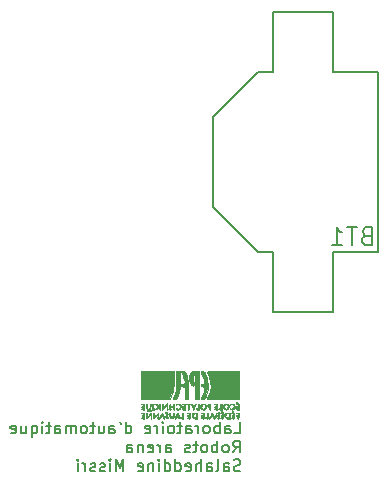
<source format=gbo>
%FSLAX46Y46*%
G04 Gerber Fmt 4.6, Leading zero omitted, Abs format (unit mm)*
G04 Created by KiCad (PCBNEW (2014-09-22 BZR 5144)-product) date Mon 27 Oct 2014 12:26:49 PM CET*
%MOMM*%
G01*
G04 APERTURE LIST*
%ADD10C,0.100000*%
%ADD11C,0.200000*%
%ADD12C,0.150000*%
G04 APERTURE END LIST*
D10*
D11*
X176450714Y-111882381D02*
X176926905Y-111882381D01*
X176926905Y-110882381D01*
X175688809Y-111882381D02*
X175688809Y-111358571D01*
X175736428Y-111263333D01*
X175831666Y-111215714D01*
X176022143Y-111215714D01*
X176117381Y-111263333D01*
X175688809Y-111834762D02*
X175784047Y-111882381D01*
X176022143Y-111882381D01*
X176117381Y-111834762D01*
X176165000Y-111739524D01*
X176165000Y-111644286D01*
X176117381Y-111549048D01*
X176022143Y-111501429D01*
X175784047Y-111501429D01*
X175688809Y-111453810D01*
X175212619Y-111882381D02*
X175212619Y-110882381D01*
X175212619Y-111263333D02*
X175117381Y-111215714D01*
X174926904Y-111215714D01*
X174831666Y-111263333D01*
X174784047Y-111310952D01*
X174736428Y-111406190D01*
X174736428Y-111691905D01*
X174784047Y-111787143D01*
X174831666Y-111834762D01*
X174926904Y-111882381D01*
X175117381Y-111882381D01*
X175212619Y-111834762D01*
X174165000Y-111882381D02*
X174260238Y-111834762D01*
X174307857Y-111787143D01*
X174355476Y-111691905D01*
X174355476Y-111406190D01*
X174307857Y-111310952D01*
X174260238Y-111263333D01*
X174165000Y-111215714D01*
X174022142Y-111215714D01*
X173926904Y-111263333D01*
X173879285Y-111310952D01*
X173831666Y-111406190D01*
X173831666Y-111691905D01*
X173879285Y-111787143D01*
X173926904Y-111834762D01*
X174022142Y-111882381D01*
X174165000Y-111882381D01*
X173403095Y-111882381D02*
X173403095Y-111215714D01*
X173403095Y-111406190D02*
X173355476Y-111310952D01*
X173307857Y-111263333D01*
X173212619Y-111215714D01*
X173117380Y-111215714D01*
X172355475Y-111882381D02*
X172355475Y-111358571D01*
X172403094Y-111263333D01*
X172498332Y-111215714D01*
X172688809Y-111215714D01*
X172784047Y-111263333D01*
X172355475Y-111834762D02*
X172450713Y-111882381D01*
X172688809Y-111882381D01*
X172784047Y-111834762D01*
X172831666Y-111739524D01*
X172831666Y-111644286D01*
X172784047Y-111549048D01*
X172688809Y-111501429D01*
X172450713Y-111501429D01*
X172355475Y-111453810D01*
X172022142Y-111215714D02*
X171641190Y-111215714D01*
X171879285Y-110882381D02*
X171879285Y-111739524D01*
X171831666Y-111834762D01*
X171736428Y-111882381D01*
X171641190Y-111882381D01*
X171164999Y-111882381D02*
X171260237Y-111834762D01*
X171307856Y-111787143D01*
X171355475Y-111691905D01*
X171355475Y-111406190D01*
X171307856Y-111310952D01*
X171260237Y-111263333D01*
X171164999Y-111215714D01*
X171022141Y-111215714D01*
X170926903Y-111263333D01*
X170879284Y-111310952D01*
X170831665Y-111406190D01*
X170831665Y-111691905D01*
X170879284Y-111787143D01*
X170926903Y-111834762D01*
X171022141Y-111882381D01*
X171164999Y-111882381D01*
X170403094Y-111882381D02*
X170403094Y-111215714D01*
X170403094Y-110882381D02*
X170450713Y-110930000D01*
X170403094Y-110977619D01*
X170355475Y-110930000D01*
X170403094Y-110882381D01*
X170403094Y-110977619D01*
X169926904Y-111882381D02*
X169926904Y-111215714D01*
X169926904Y-111406190D02*
X169879285Y-111310952D01*
X169831666Y-111263333D01*
X169736428Y-111215714D01*
X169641189Y-111215714D01*
X168926903Y-111834762D02*
X169022141Y-111882381D01*
X169212618Y-111882381D01*
X169307856Y-111834762D01*
X169355475Y-111739524D01*
X169355475Y-111358571D01*
X169307856Y-111263333D01*
X169212618Y-111215714D01*
X169022141Y-111215714D01*
X168926903Y-111263333D01*
X168879284Y-111358571D01*
X168879284Y-111453810D01*
X169355475Y-111549048D01*
X167260236Y-111882381D02*
X167260236Y-110882381D01*
X167260236Y-111834762D02*
X167355474Y-111882381D01*
X167545951Y-111882381D01*
X167641189Y-111834762D01*
X167688808Y-111787143D01*
X167736427Y-111691905D01*
X167736427Y-111406190D01*
X167688808Y-111310952D01*
X167641189Y-111263333D01*
X167545951Y-111215714D01*
X167355474Y-111215714D01*
X167260236Y-111263333D01*
X166736427Y-110882381D02*
X166831665Y-111072857D01*
X165879284Y-111882381D02*
X165879284Y-111358571D01*
X165926903Y-111263333D01*
X166022141Y-111215714D01*
X166212618Y-111215714D01*
X166307856Y-111263333D01*
X165879284Y-111834762D02*
X165974522Y-111882381D01*
X166212618Y-111882381D01*
X166307856Y-111834762D01*
X166355475Y-111739524D01*
X166355475Y-111644286D01*
X166307856Y-111549048D01*
X166212618Y-111501429D01*
X165974522Y-111501429D01*
X165879284Y-111453810D01*
X164974522Y-111215714D02*
X164974522Y-111882381D01*
X165403094Y-111215714D02*
X165403094Y-111739524D01*
X165355475Y-111834762D01*
X165260237Y-111882381D01*
X165117379Y-111882381D01*
X165022141Y-111834762D01*
X164974522Y-111787143D01*
X164641189Y-111215714D02*
X164260237Y-111215714D01*
X164498332Y-110882381D02*
X164498332Y-111739524D01*
X164450713Y-111834762D01*
X164355475Y-111882381D01*
X164260237Y-111882381D01*
X163784046Y-111882381D02*
X163879284Y-111834762D01*
X163926903Y-111787143D01*
X163974522Y-111691905D01*
X163974522Y-111406190D01*
X163926903Y-111310952D01*
X163879284Y-111263333D01*
X163784046Y-111215714D01*
X163641188Y-111215714D01*
X163545950Y-111263333D01*
X163498331Y-111310952D01*
X163450712Y-111406190D01*
X163450712Y-111691905D01*
X163498331Y-111787143D01*
X163545950Y-111834762D01*
X163641188Y-111882381D01*
X163784046Y-111882381D01*
X163022141Y-111882381D02*
X163022141Y-111215714D01*
X163022141Y-111310952D02*
X162974522Y-111263333D01*
X162879284Y-111215714D01*
X162736426Y-111215714D01*
X162641188Y-111263333D01*
X162593569Y-111358571D01*
X162593569Y-111882381D01*
X162593569Y-111358571D02*
X162545950Y-111263333D01*
X162450712Y-111215714D01*
X162307855Y-111215714D01*
X162212617Y-111263333D01*
X162164998Y-111358571D01*
X162164998Y-111882381D01*
X161260236Y-111882381D02*
X161260236Y-111358571D01*
X161307855Y-111263333D01*
X161403093Y-111215714D01*
X161593570Y-111215714D01*
X161688808Y-111263333D01*
X161260236Y-111834762D02*
X161355474Y-111882381D01*
X161593570Y-111882381D01*
X161688808Y-111834762D01*
X161736427Y-111739524D01*
X161736427Y-111644286D01*
X161688808Y-111549048D01*
X161593570Y-111501429D01*
X161355474Y-111501429D01*
X161260236Y-111453810D01*
X160926903Y-111215714D02*
X160545951Y-111215714D01*
X160784046Y-110882381D02*
X160784046Y-111739524D01*
X160736427Y-111834762D01*
X160641189Y-111882381D01*
X160545951Y-111882381D01*
X160212617Y-111882381D02*
X160212617Y-111215714D01*
X160212617Y-110882381D02*
X160260236Y-110930000D01*
X160212617Y-110977619D01*
X160164998Y-110930000D01*
X160212617Y-110882381D01*
X160212617Y-110977619D01*
X159307855Y-111215714D02*
X159307855Y-112215714D01*
X159307855Y-111834762D02*
X159403093Y-111882381D01*
X159593570Y-111882381D01*
X159688808Y-111834762D01*
X159736427Y-111787143D01*
X159784046Y-111691905D01*
X159784046Y-111406190D01*
X159736427Y-111310952D01*
X159688808Y-111263333D01*
X159593570Y-111215714D01*
X159403093Y-111215714D01*
X159307855Y-111263333D01*
X158403093Y-111215714D02*
X158403093Y-111882381D01*
X158831665Y-111215714D02*
X158831665Y-111739524D01*
X158784046Y-111834762D01*
X158688808Y-111882381D01*
X158545950Y-111882381D01*
X158450712Y-111834762D01*
X158403093Y-111787143D01*
X157545950Y-111834762D02*
X157641188Y-111882381D01*
X157831665Y-111882381D01*
X157926903Y-111834762D01*
X157974522Y-111739524D01*
X157974522Y-111358571D01*
X157926903Y-111263333D01*
X157831665Y-111215714D01*
X157641188Y-111215714D01*
X157545950Y-111263333D01*
X157498331Y-111358571D01*
X157498331Y-111453810D01*
X157974522Y-111549048D01*
X176355476Y-113482381D02*
X176688810Y-113006190D01*
X176926905Y-113482381D02*
X176926905Y-112482381D01*
X176545952Y-112482381D01*
X176450714Y-112530000D01*
X176403095Y-112577619D01*
X176355476Y-112672857D01*
X176355476Y-112815714D01*
X176403095Y-112910952D01*
X176450714Y-112958571D01*
X176545952Y-113006190D01*
X176926905Y-113006190D01*
X175784048Y-113482381D02*
X175879286Y-113434762D01*
X175926905Y-113387143D01*
X175974524Y-113291905D01*
X175974524Y-113006190D01*
X175926905Y-112910952D01*
X175879286Y-112863333D01*
X175784048Y-112815714D01*
X175641190Y-112815714D01*
X175545952Y-112863333D01*
X175498333Y-112910952D01*
X175450714Y-113006190D01*
X175450714Y-113291905D01*
X175498333Y-113387143D01*
X175545952Y-113434762D01*
X175641190Y-113482381D01*
X175784048Y-113482381D01*
X175022143Y-113482381D02*
X175022143Y-112482381D01*
X175022143Y-112863333D02*
X174926905Y-112815714D01*
X174736428Y-112815714D01*
X174641190Y-112863333D01*
X174593571Y-112910952D01*
X174545952Y-113006190D01*
X174545952Y-113291905D01*
X174593571Y-113387143D01*
X174641190Y-113434762D01*
X174736428Y-113482381D01*
X174926905Y-113482381D01*
X175022143Y-113434762D01*
X173974524Y-113482381D02*
X174069762Y-113434762D01*
X174117381Y-113387143D01*
X174165000Y-113291905D01*
X174165000Y-113006190D01*
X174117381Y-112910952D01*
X174069762Y-112863333D01*
X173974524Y-112815714D01*
X173831666Y-112815714D01*
X173736428Y-112863333D01*
X173688809Y-112910952D01*
X173641190Y-113006190D01*
X173641190Y-113291905D01*
X173688809Y-113387143D01*
X173736428Y-113434762D01*
X173831666Y-113482381D01*
X173974524Y-113482381D01*
X173355476Y-112815714D02*
X172974524Y-112815714D01*
X173212619Y-112482381D02*
X173212619Y-113339524D01*
X173165000Y-113434762D01*
X173069762Y-113482381D01*
X172974524Y-113482381D01*
X172688809Y-113434762D02*
X172593571Y-113482381D01*
X172403095Y-113482381D01*
X172307856Y-113434762D01*
X172260237Y-113339524D01*
X172260237Y-113291905D01*
X172307856Y-113196667D01*
X172403095Y-113149048D01*
X172545952Y-113149048D01*
X172641190Y-113101429D01*
X172688809Y-113006190D01*
X172688809Y-112958571D01*
X172641190Y-112863333D01*
X172545952Y-112815714D01*
X172403095Y-112815714D01*
X172307856Y-112863333D01*
X170641189Y-113482381D02*
X170641189Y-112958571D01*
X170688808Y-112863333D01*
X170784046Y-112815714D01*
X170974523Y-112815714D01*
X171069761Y-112863333D01*
X170641189Y-113434762D02*
X170736427Y-113482381D01*
X170974523Y-113482381D01*
X171069761Y-113434762D01*
X171117380Y-113339524D01*
X171117380Y-113244286D01*
X171069761Y-113149048D01*
X170974523Y-113101429D01*
X170736427Y-113101429D01*
X170641189Y-113053810D01*
X170164999Y-113482381D02*
X170164999Y-112815714D01*
X170164999Y-113006190D02*
X170117380Y-112910952D01*
X170069761Y-112863333D01*
X169974523Y-112815714D01*
X169879284Y-112815714D01*
X169164998Y-113434762D02*
X169260236Y-113482381D01*
X169450713Y-113482381D01*
X169545951Y-113434762D01*
X169593570Y-113339524D01*
X169593570Y-112958571D01*
X169545951Y-112863333D01*
X169450713Y-112815714D01*
X169260236Y-112815714D01*
X169164998Y-112863333D01*
X169117379Y-112958571D01*
X169117379Y-113053810D01*
X169593570Y-113149048D01*
X168688808Y-112815714D02*
X168688808Y-113482381D01*
X168688808Y-112910952D02*
X168641189Y-112863333D01*
X168545951Y-112815714D01*
X168403093Y-112815714D01*
X168307855Y-112863333D01*
X168260236Y-112958571D01*
X168260236Y-113482381D01*
X167355474Y-113482381D02*
X167355474Y-112958571D01*
X167403093Y-112863333D01*
X167498331Y-112815714D01*
X167688808Y-112815714D01*
X167784046Y-112863333D01*
X167355474Y-113434762D02*
X167450712Y-113482381D01*
X167688808Y-113482381D01*
X167784046Y-113434762D01*
X167831665Y-113339524D01*
X167831665Y-113244286D01*
X167784046Y-113149048D01*
X167688808Y-113101429D01*
X167450712Y-113101429D01*
X167355474Y-113053810D01*
X176974524Y-115034762D02*
X176831667Y-115082381D01*
X176593571Y-115082381D01*
X176498333Y-115034762D01*
X176450714Y-114987143D01*
X176403095Y-114891905D01*
X176403095Y-114796667D01*
X176450714Y-114701429D01*
X176498333Y-114653810D01*
X176593571Y-114606190D01*
X176784048Y-114558571D01*
X176879286Y-114510952D01*
X176926905Y-114463333D01*
X176974524Y-114368095D01*
X176974524Y-114272857D01*
X176926905Y-114177619D01*
X176879286Y-114130000D01*
X176784048Y-114082381D01*
X176545952Y-114082381D01*
X176403095Y-114130000D01*
X175545952Y-115082381D02*
X175545952Y-114558571D01*
X175593571Y-114463333D01*
X175688809Y-114415714D01*
X175879286Y-114415714D01*
X175974524Y-114463333D01*
X175545952Y-115034762D02*
X175641190Y-115082381D01*
X175879286Y-115082381D01*
X175974524Y-115034762D01*
X176022143Y-114939524D01*
X176022143Y-114844286D01*
X175974524Y-114749048D01*
X175879286Y-114701429D01*
X175641190Y-114701429D01*
X175545952Y-114653810D01*
X174926905Y-115082381D02*
X175022143Y-115034762D01*
X175069762Y-114939524D01*
X175069762Y-114082381D01*
X174117380Y-115082381D02*
X174117380Y-114558571D01*
X174164999Y-114463333D01*
X174260237Y-114415714D01*
X174450714Y-114415714D01*
X174545952Y-114463333D01*
X174117380Y-115034762D02*
X174212618Y-115082381D01*
X174450714Y-115082381D01*
X174545952Y-115034762D01*
X174593571Y-114939524D01*
X174593571Y-114844286D01*
X174545952Y-114749048D01*
X174450714Y-114701429D01*
X174212618Y-114701429D01*
X174117380Y-114653810D01*
X173641190Y-115082381D02*
X173641190Y-114082381D01*
X173212618Y-115082381D02*
X173212618Y-114558571D01*
X173260237Y-114463333D01*
X173355475Y-114415714D01*
X173498333Y-114415714D01*
X173593571Y-114463333D01*
X173641190Y-114510952D01*
X172355475Y-115034762D02*
X172450713Y-115082381D01*
X172641190Y-115082381D01*
X172736428Y-115034762D01*
X172784047Y-114939524D01*
X172784047Y-114558571D01*
X172736428Y-114463333D01*
X172641190Y-114415714D01*
X172450713Y-114415714D01*
X172355475Y-114463333D01*
X172307856Y-114558571D01*
X172307856Y-114653810D01*
X172784047Y-114749048D01*
X171450713Y-115082381D02*
X171450713Y-114082381D01*
X171450713Y-115034762D02*
X171545951Y-115082381D01*
X171736428Y-115082381D01*
X171831666Y-115034762D01*
X171879285Y-114987143D01*
X171926904Y-114891905D01*
X171926904Y-114606190D01*
X171879285Y-114510952D01*
X171831666Y-114463333D01*
X171736428Y-114415714D01*
X171545951Y-114415714D01*
X171450713Y-114463333D01*
X170545951Y-115082381D02*
X170545951Y-114082381D01*
X170545951Y-115034762D02*
X170641189Y-115082381D01*
X170831666Y-115082381D01*
X170926904Y-115034762D01*
X170974523Y-114987143D01*
X171022142Y-114891905D01*
X171022142Y-114606190D01*
X170974523Y-114510952D01*
X170926904Y-114463333D01*
X170831666Y-114415714D01*
X170641189Y-114415714D01*
X170545951Y-114463333D01*
X170069761Y-115082381D02*
X170069761Y-114415714D01*
X170069761Y-114082381D02*
X170117380Y-114130000D01*
X170069761Y-114177619D01*
X170022142Y-114130000D01*
X170069761Y-114082381D01*
X170069761Y-114177619D01*
X169593571Y-114415714D02*
X169593571Y-115082381D01*
X169593571Y-114510952D02*
X169545952Y-114463333D01*
X169450714Y-114415714D01*
X169307856Y-114415714D01*
X169212618Y-114463333D01*
X169164999Y-114558571D01*
X169164999Y-115082381D01*
X168307856Y-115034762D02*
X168403094Y-115082381D01*
X168593571Y-115082381D01*
X168688809Y-115034762D01*
X168736428Y-114939524D01*
X168736428Y-114558571D01*
X168688809Y-114463333D01*
X168593571Y-114415714D01*
X168403094Y-114415714D01*
X168307856Y-114463333D01*
X168260237Y-114558571D01*
X168260237Y-114653810D01*
X168736428Y-114749048D01*
X167069761Y-115082381D02*
X167069761Y-114082381D01*
X166736427Y-114796667D01*
X166403094Y-114082381D01*
X166403094Y-115082381D01*
X165926904Y-115082381D02*
X165926904Y-114415714D01*
X165926904Y-114082381D02*
X165974523Y-114130000D01*
X165926904Y-114177619D01*
X165879285Y-114130000D01*
X165926904Y-114082381D01*
X165926904Y-114177619D01*
X165498333Y-115034762D02*
X165403095Y-115082381D01*
X165212619Y-115082381D01*
X165117380Y-115034762D01*
X165069761Y-114939524D01*
X165069761Y-114891905D01*
X165117380Y-114796667D01*
X165212619Y-114749048D01*
X165355476Y-114749048D01*
X165450714Y-114701429D01*
X165498333Y-114606190D01*
X165498333Y-114558571D01*
X165450714Y-114463333D01*
X165355476Y-114415714D01*
X165212619Y-114415714D01*
X165117380Y-114463333D01*
X164688809Y-115034762D02*
X164593571Y-115082381D01*
X164403095Y-115082381D01*
X164307856Y-115034762D01*
X164260237Y-114939524D01*
X164260237Y-114891905D01*
X164307856Y-114796667D01*
X164403095Y-114749048D01*
X164545952Y-114749048D01*
X164641190Y-114701429D01*
X164688809Y-114606190D01*
X164688809Y-114558571D01*
X164641190Y-114463333D01*
X164545952Y-114415714D01*
X164403095Y-114415714D01*
X164307856Y-114463333D01*
X163831666Y-115082381D02*
X163831666Y-114415714D01*
X163831666Y-114606190D02*
X163784047Y-114510952D01*
X163736428Y-114463333D01*
X163641190Y-114415714D01*
X163545951Y-114415714D01*
X163212618Y-115082381D02*
X163212618Y-114415714D01*
X163212618Y-114082381D02*
X163260237Y-114130000D01*
X163212618Y-114177619D01*
X163164999Y-114130000D01*
X163212618Y-114082381D01*
X163212618Y-114177619D01*
D12*
X188595000Y-96520000D02*
X184785000Y-96520000D01*
X184785000Y-96520000D02*
X184785000Y-101600000D01*
X184785000Y-101600000D02*
X179705000Y-101600000D01*
X179705000Y-101600000D02*
X179705000Y-96520000D01*
X179705000Y-96520000D02*
X178435000Y-96520000D01*
X178435000Y-96520000D02*
X174625000Y-92710000D01*
X174625000Y-92710000D02*
X174625000Y-85090000D01*
X174625000Y-85090000D02*
X178435000Y-81280000D01*
X178435000Y-81280000D02*
X179705000Y-81280000D01*
X179705000Y-81280000D02*
X179705000Y-76200000D01*
X179705000Y-76200000D02*
X184785000Y-76200000D01*
X184785000Y-76200000D02*
X184785000Y-81280000D01*
X184785000Y-81280000D02*
X188595000Y-81280000D01*
X188595000Y-81280000D02*
X188595000Y-96520000D01*
D10*
G36*
X168846500Y-110617000D02*
X168708916Y-110617000D01*
X168602851Y-110600233D01*
X168571333Y-110557463D01*
X168602449Y-110515864D01*
X168656000Y-110520067D01*
X168721754Y-110519064D01*
X168740605Y-110455102D01*
X168740666Y-110448074D01*
X168722253Y-110379021D01*
X168680670Y-110376964D01*
X168615842Y-110365422D01*
X168597332Y-110339160D01*
X168607046Y-110288751D01*
X168657328Y-110278333D01*
X168726249Y-110250237D01*
X168740666Y-110211980D01*
X168716636Y-110165797D01*
X168655999Y-110172500D01*
X168587824Y-110176548D01*
X168571333Y-110154186D01*
X168608335Y-110123434D01*
X168698466Y-110109130D01*
X168708916Y-110109000D01*
X168846500Y-110109000D01*
X168846500Y-110363000D01*
X168846500Y-110617000D01*
X168846500Y-110617000D01*
X168846500Y-110617000D01*
G37*
X168846500Y-110617000D02*
X168708916Y-110617000D01*
X168602851Y-110600233D01*
X168571333Y-110557463D01*
X168602449Y-110515864D01*
X168656000Y-110520067D01*
X168721754Y-110519064D01*
X168740605Y-110455102D01*
X168740666Y-110448074D01*
X168722253Y-110379021D01*
X168680670Y-110376964D01*
X168615842Y-110365422D01*
X168597332Y-110339160D01*
X168607046Y-110288751D01*
X168657328Y-110278333D01*
X168726249Y-110250237D01*
X168740666Y-110211980D01*
X168716636Y-110165797D01*
X168655999Y-110172500D01*
X168587824Y-110176548D01*
X168571333Y-110154186D01*
X168608335Y-110123434D01*
X168698466Y-110109130D01*
X168708916Y-110109000D01*
X168846500Y-110109000D01*
X168846500Y-110363000D01*
X168846500Y-110617000D01*
X168846500Y-110617000D01*
G36*
X169432632Y-110522516D02*
X169419174Y-110599637D01*
X169393761Y-110617000D01*
X169361613Y-110586502D01*
X169358470Y-110488622D01*
X169363877Y-110437083D01*
X169386365Y-110257166D01*
X169220480Y-110415916D01*
X169123919Y-110504097D01*
X169052325Y-110561738D01*
X169028549Y-110574666D01*
X169011902Y-110536386D01*
X168996292Y-110437636D01*
X168988001Y-110341775D01*
X168983732Y-110205494D01*
X168995603Y-110134433D01*
X169027923Y-110109975D01*
X169041899Y-110108942D01*
X169082830Y-110122206D01*
X169093320Y-110175775D01*
X169077797Y-110288916D01*
X169045297Y-110468833D01*
X169211239Y-110282618D01*
X169301712Y-110186304D01*
X169367939Y-110125512D01*
X169392339Y-110113285D01*
X169403617Y-110161292D01*
X169417102Y-110267993D01*
X169426814Y-110373583D01*
X169432632Y-110522516D01*
X169432632Y-110522516D01*
X169432632Y-110522516D01*
G37*
X169432632Y-110522516D02*
X169419174Y-110599637D01*
X169393761Y-110617000D01*
X169361613Y-110586502D01*
X169358470Y-110488622D01*
X169363877Y-110437083D01*
X169386365Y-110257166D01*
X169220480Y-110415916D01*
X169123919Y-110504097D01*
X169052325Y-110561738D01*
X169028549Y-110574666D01*
X169011902Y-110536386D01*
X168996292Y-110437636D01*
X168988001Y-110341775D01*
X168983732Y-110205494D01*
X168995603Y-110134433D01*
X169027923Y-110109975D01*
X169041899Y-110108942D01*
X169082830Y-110122206D01*
X169093320Y-110175775D01*
X169077797Y-110288916D01*
X169045297Y-110468833D01*
X169211239Y-110282618D01*
X169301712Y-110186304D01*
X169367939Y-110125512D01*
X169392339Y-110113285D01*
X169403617Y-110161292D01*
X169417102Y-110267993D01*
X169426814Y-110373583D01*
X169432632Y-110522516D01*
X169432632Y-110522516D01*
G36*
X170540832Y-110605333D02*
X170479018Y-110617000D01*
X170416316Y-110602804D01*
X170410472Y-110578486D01*
X170417997Y-110505420D01*
X170381928Y-110433050D01*
X170342682Y-110411926D01*
X170342682Y-110294876D01*
X170335918Y-110270395D01*
X170317121Y-110254360D01*
X170310342Y-110295972D01*
X170318125Y-110350879D01*
X170332576Y-110351534D01*
X170342682Y-110294876D01*
X170342682Y-110411926D01*
X170330432Y-110405333D01*
X170276239Y-110439850D01*
X170230036Y-110511166D01*
X170175387Y-110586642D01*
X170085153Y-110614965D01*
X170031251Y-110617000D01*
X169934107Y-110612104D01*
X169904437Y-110588716D01*
X169924510Y-110535116D01*
X169959315Y-110427224D01*
X169968333Y-110344494D01*
X169965154Y-110285625D01*
X169946378Y-110274053D01*
X169898144Y-110315274D01*
X169815240Y-110405211D01*
X169724145Y-110499702D01*
X169653850Y-110561216D01*
X169628658Y-110574666D01*
X169607933Y-110536377D01*
X169589619Y-110437607D01*
X169580667Y-110341775D01*
X169576081Y-110206540D01*
X169587230Y-110135950D01*
X169618969Y-110110685D01*
X169639202Y-110108942D01*
X169687326Y-110122064D01*
X169685212Y-110176690D01*
X169670952Y-110217589D01*
X169630977Y-110347808D01*
X169636142Y-110406468D01*
X169685052Y-110392745D01*
X169776318Y-110305814D01*
X169791376Y-110288916D01*
X169882200Y-110190818D01*
X169951555Y-110125470D01*
X169977858Y-110109000D01*
X169996332Y-110147097D01*
X170012484Y-110244526D01*
X170019037Y-110321222D01*
X170033975Y-110443100D01*
X170058115Y-110521714D01*
X170074166Y-110537321D01*
X170111569Y-110503423D01*
X170163188Y-110412003D01*
X170200873Y-110325098D01*
X170252117Y-110206032D01*
X170295012Y-110127545D01*
X170313789Y-110109000D01*
X170343398Y-110145108D01*
X170387849Y-110237449D01*
X170416621Y-110310083D01*
X170467654Y-110437598D01*
X170513815Y-110535549D01*
X170531139Y-110564083D01*
X170540832Y-110605333D01*
X170540832Y-110605333D01*
X170540832Y-110605333D01*
G37*
X170540832Y-110605333D02*
X170479018Y-110617000D01*
X170416316Y-110602804D01*
X170410472Y-110578486D01*
X170417997Y-110505420D01*
X170381928Y-110433050D01*
X170342682Y-110411926D01*
X170342682Y-110294876D01*
X170335918Y-110270395D01*
X170317121Y-110254360D01*
X170310342Y-110295972D01*
X170318125Y-110350879D01*
X170332576Y-110351534D01*
X170342682Y-110294876D01*
X170342682Y-110411926D01*
X170330432Y-110405333D01*
X170276239Y-110439850D01*
X170230036Y-110511166D01*
X170175387Y-110586642D01*
X170085153Y-110614965D01*
X170031251Y-110617000D01*
X169934107Y-110612104D01*
X169904437Y-110588716D01*
X169924510Y-110535116D01*
X169959315Y-110427224D01*
X169968333Y-110344494D01*
X169965154Y-110285625D01*
X169946378Y-110274053D01*
X169898144Y-110315274D01*
X169815240Y-110405211D01*
X169724145Y-110499702D01*
X169653850Y-110561216D01*
X169628658Y-110574666D01*
X169607933Y-110536377D01*
X169589619Y-110437607D01*
X169580667Y-110341775D01*
X169576081Y-110206540D01*
X169587230Y-110135950D01*
X169618969Y-110110685D01*
X169639202Y-110108942D01*
X169687326Y-110122064D01*
X169685212Y-110176690D01*
X169670952Y-110217589D01*
X169630977Y-110347808D01*
X169636142Y-110406468D01*
X169685052Y-110392745D01*
X169776318Y-110305814D01*
X169791376Y-110288916D01*
X169882200Y-110190818D01*
X169951555Y-110125470D01*
X169977858Y-110109000D01*
X169996332Y-110147097D01*
X170012484Y-110244526D01*
X170019037Y-110321222D01*
X170033975Y-110443100D01*
X170058115Y-110521714D01*
X170074166Y-110537321D01*
X170111569Y-110503423D01*
X170163188Y-110412003D01*
X170200873Y-110325098D01*
X170252117Y-110206032D01*
X170295012Y-110127545D01*
X170313789Y-110109000D01*
X170343398Y-110145108D01*
X170387849Y-110237449D01*
X170416621Y-110310083D01*
X170467654Y-110437598D01*
X170513815Y-110535549D01*
X170531139Y-110564083D01*
X170540832Y-110605333D01*
X170540832Y-110605333D01*
G36*
X170848752Y-110536584D02*
X170847385Y-110541070D01*
X170790871Y-110598001D01*
X170695244Y-110597940D01*
X170635083Y-110571844D01*
X170570591Y-110504865D01*
X170578384Y-110415375D01*
X170645666Y-110309115D01*
X170704270Y-110226795D01*
X170730258Y-110174824D01*
X170730333Y-110173553D01*
X170696906Y-110161969D01*
X170645666Y-110172500D01*
X170576047Y-110174219D01*
X170565279Y-110138304D01*
X170621456Y-110094886D01*
X170624500Y-110093691D01*
X170725896Y-110085210D01*
X170791328Y-110134798D01*
X170812843Y-110220626D01*
X170782486Y-110320863D01*
X170730333Y-110384166D01*
X170658546Y-110466598D01*
X170657714Y-110514250D01*
X170726467Y-110520113D01*
X170755643Y-110513909D01*
X170834630Y-110504615D01*
X170848752Y-110536584D01*
X170848752Y-110536584D01*
X170848752Y-110536584D01*
G37*
X170848752Y-110536584D02*
X170847385Y-110541070D01*
X170790871Y-110598001D01*
X170695244Y-110597940D01*
X170635083Y-110571844D01*
X170570591Y-110504865D01*
X170578384Y-110415375D01*
X170645666Y-110309115D01*
X170704270Y-110226795D01*
X170730258Y-110174824D01*
X170730333Y-110173553D01*
X170696906Y-110161969D01*
X170645666Y-110172500D01*
X170576047Y-110174219D01*
X170565279Y-110138304D01*
X170621456Y-110094886D01*
X170624500Y-110093691D01*
X170725896Y-110085210D01*
X170791328Y-110134798D01*
X170812843Y-110220626D01*
X170782486Y-110320863D01*
X170730333Y-110384166D01*
X170658546Y-110466598D01*
X170657714Y-110514250D01*
X170726467Y-110520113D01*
X170755643Y-110513909D01*
X170834630Y-110504615D01*
X170848752Y-110536584D01*
X170848752Y-110536584D01*
G36*
X171379674Y-110159217D02*
X171369609Y-110253474D01*
X171359560Y-110310083D01*
X171305732Y-110482477D01*
X171224453Y-110584920D01*
X171121951Y-110612353D01*
X171030133Y-110577705D01*
X170990504Y-110516306D01*
X170955866Y-110401720D01*
X170942472Y-110324353D01*
X170930167Y-110195500D01*
X170938442Y-110130296D01*
X170970774Y-110109471D01*
X170981339Y-110108931D01*
X171023553Y-110129778D01*
X171043735Y-110203873D01*
X171047833Y-110310014D01*
X171052782Y-110433084D01*
X171073571Y-110492948D01*
X171119113Y-110510780D01*
X171132500Y-110511166D01*
X171185564Y-110497597D01*
X171214359Y-110443071D01*
X171228943Y-110326860D01*
X171230069Y-110310083D01*
X171244650Y-110184377D01*
X171273015Y-110123820D01*
X171319854Y-110109000D01*
X171364470Y-110118055D01*
X171379674Y-110159217D01*
X171379674Y-110159217D01*
X171379674Y-110159217D01*
G37*
X171379674Y-110159217D02*
X171369609Y-110253474D01*
X171359560Y-110310083D01*
X171305732Y-110482477D01*
X171224453Y-110584920D01*
X171121951Y-110612353D01*
X171030133Y-110577705D01*
X170990504Y-110516306D01*
X170955866Y-110401720D01*
X170942472Y-110324353D01*
X170930167Y-110195500D01*
X170938442Y-110130296D01*
X170970774Y-110109471D01*
X170981339Y-110108931D01*
X171023553Y-110129778D01*
X171043735Y-110203873D01*
X171047833Y-110310014D01*
X171052782Y-110433084D01*
X171073571Y-110492948D01*
X171119113Y-110510780D01*
X171132500Y-110511166D01*
X171185564Y-110497597D01*
X171214359Y-110443071D01*
X171228943Y-110326860D01*
X171230069Y-110310083D01*
X171244650Y-110184377D01*
X171273015Y-110123820D01*
X171319854Y-110109000D01*
X171364470Y-110118055D01*
X171379674Y-110159217D01*
X171379674Y-110159217D01*
G36*
X171813559Y-110606217D02*
X171766664Y-110609578D01*
X171721840Y-110558646D01*
X171704000Y-110487501D01*
X171679913Y-110419546D01*
X171652622Y-110415322D01*
X171652622Y-110298649D01*
X171647555Y-110292444D01*
X171622388Y-110298255D01*
X171619333Y-110320666D01*
X171634822Y-110355511D01*
X171647555Y-110348888D01*
X171652622Y-110298649D01*
X171652622Y-110415322D01*
X171624573Y-110410982D01*
X171563357Y-110458262D01*
X171534666Y-110511166D01*
X171488892Y-110589742D01*
X171446518Y-110617000D01*
X171418779Y-110586403D01*
X171428781Y-110542916D01*
X171461252Y-110457697D01*
X171506177Y-110333634D01*
X171521957Y-110288916D01*
X171566254Y-110181055D01*
X171605237Y-110116828D01*
X171617437Y-110109000D01*
X171647984Y-110144984D01*
X171693260Y-110235220D01*
X171742783Y-110353136D01*
X171786071Y-110472158D01*
X171812644Y-110565712D01*
X171813559Y-110606217D01*
X171813559Y-110606217D01*
X171813559Y-110606217D01*
G37*
X171813559Y-110606217D02*
X171766664Y-110609578D01*
X171721840Y-110558646D01*
X171704000Y-110487501D01*
X171679913Y-110419546D01*
X171652622Y-110415322D01*
X171652622Y-110298649D01*
X171647555Y-110292444D01*
X171622388Y-110298255D01*
X171619333Y-110320666D01*
X171634822Y-110355511D01*
X171647555Y-110348888D01*
X171652622Y-110298649D01*
X171652622Y-110415322D01*
X171624573Y-110410982D01*
X171563357Y-110458262D01*
X171534666Y-110511166D01*
X171488892Y-110589742D01*
X171446518Y-110617000D01*
X171418779Y-110586403D01*
X171428781Y-110542916D01*
X171461252Y-110457697D01*
X171506177Y-110333634D01*
X171521957Y-110288916D01*
X171566254Y-110181055D01*
X171605237Y-110116828D01*
X171617437Y-110109000D01*
X171647984Y-110144984D01*
X171693260Y-110235220D01*
X171742783Y-110353136D01*
X171786071Y-110472158D01*
X171812644Y-110565712D01*
X171813559Y-110606217D01*
X171813559Y-110606217D01*
G36*
X172148500Y-110617000D02*
X172015445Y-110617000D01*
X171907285Y-110597256D01*
X171857823Y-110552976D01*
X171856063Y-110510173D01*
X171911873Y-110509357D01*
X171942431Y-110516354D01*
X172006053Y-110528368D01*
X172036547Y-110510121D01*
X172043195Y-110442878D01*
X172036554Y-110326351D01*
X172032664Y-110194034D01*
X172047312Y-110127460D01*
X172084430Y-110108975D01*
X172085000Y-110108973D01*
X172121873Y-110128502D01*
X172141669Y-110197679D01*
X172148375Y-110332450D01*
X172148500Y-110363000D01*
X172148500Y-110617000D01*
X172148500Y-110617000D01*
X172148500Y-110617000D01*
G37*
X172148500Y-110617000D02*
X172015445Y-110617000D01*
X171907285Y-110597256D01*
X171857823Y-110552976D01*
X171856063Y-110510173D01*
X171911873Y-110509357D01*
X171942431Y-110516354D01*
X172006053Y-110528368D01*
X172036547Y-110510121D01*
X172043195Y-110442878D01*
X172036554Y-110326351D01*
X172032664Y-110194034D01*
X172047312Y-110127460D01*
X172084430Y-110108975D01*
X172085000Y-110108973D01*
X172121873Y-110128502D01*
X172141669Y-110197679D01*
X172148375Y-110332450D01*
X172148500Y-110363000D01*
X172148500Y-110617000D01*
X172148500Y-110617000D01*
G36*
X172741166Y-110108845D02*
X172726823Y-110362922D01*
X172716856Y-110503524D01*
X172700043Y-110579460D01*
X172665603Y-110610636D01*
X172602757Y-110616963D01*
X172589239Y-110617000D01*
X172493442Y-110598671D01*
X172466000Y-110557463D01*
X172497116Y-110515864D01*
X172550666Y-110520067D01*
X172616749Y-110518872D01*
X172635306Y-110454271D01*
X172635333Y-110449751D01*
X172619864Y-110382993D01*
X172559701Y-110381427D01*
X172550666Y-110384166D01*
X172482005Y-110387126D01*
X172466000Y-110344686D01*
X172501389Y-110289857D01*
X172550666Y-110278333D01*
X172621185Y-110249805D01*
X172635333Y-110209895D01*
X172609399Y-110160606D01*
X172550666Y-110163599D01*
X172483162Y-110165973D01*
X172466000Y-110147370D01*
X172503028Y-110121228D01*
X172593215Y-110109037D01*
X172603583Y-110108922D01*
X172741166Y-110108845D01*
X172741166Y-110108845D01*
X172741166Y-110108845D01*
G37*
X172741166Y-110108845D02*
X172726823Y-110362922D01*
X172716856Y-110503524D01*
X172700043Y-110579460D01*
X172665603Y-110610636D01*
X172602757Y-110616963D01*
X172589239Y-110617000D01*
X172493442Y-110598671D01*
X172466000Y-110557463D01*
X172497116Y-110515864D01*
X172550666Y-110520067D01*
X172616749Y-110518872D01*
X172635306Y-110454271D01*
X172635333Y-110449751D01*
X172619864Y-110382993D01*
X172559701Y-110381427D01*
X172550666Y-110384166D01*
X172482005Y-110387126D01*
X172466000Y-110344686D01*
X172501389Y-110289857D01*
X172550666Y-110278333D01*
X172621185Y-110249805D01*
X172635333Y-110209895D01*
X172609399Y-110160606D01*
X172550666Y-110163599D01*
X172483162Y-110165973D01*
X172466000Y-110147370D01*
X172503028Y-110121228D01*
X172593215Y-110109037D01*
X172603583Y-110108922D01*
X172741166Y-110108845D01*
X172741166Y-110108845D01*
G36*
X173291500Y-110617039D02*
X173185666Y-110617023D01*
X173185666Y-110341833D01*
X173179367Y-110221320D01*
X173155060Y-110164606D01*
X173109466Y-110151333D01*
X173001924Y-110187518D01*
X172941125Y-110287129D01*
X172931666Y-110364411D01*
X172945837Y-110474282D01*
X173001162Y-110523166D01*
X173086888Y-110532333D01*
X173148000Y-110523273D01*
X173176952Y-110481118D01*
X173185392Y-110383403D01*
X173185666Y-110341833D01*
X173185666Y-110617023D01*
X173158606Y-110617019D01*
X173030427Y-110592243D01*
X172931064Y-110540358D01*
X172855896Y-110432230D01*
X172838936Y-110299250D01*
X172884422Y-110178653D01*
X172889225Y-110172630D01*
X172970402Y-110128201D01*
X173102672Y-110109267D01*
X173116766Y-110109118D01*
X173291500Y-110109236D01*
X173291500Y-110363137D01*
X173291500Y-110617039D01*
X173291500Y-110617039D01*
X173291500Y-110617039D01*
G37*
X173291500Y-110617039D02*
X173185666Y-110617023D01*
X173185666Y-110341833D01*
X173179367Y-110221320D01*
X173155060Y-110164606D01*
X173109466Y-110151333D01*
X173001924Y-110187518D01*
X172941125Y-110287129D01*
X172931666Y-110364411D01*
X172945837Y-110474282D01*
X173001162Y-110523166D01*
X173086888Y-110532333D01*
X173148000Y-110523273D01*
X173176952Y-110481118D01*
X173185392Y-110383403D01*
X173185666Y-110341833D01*
X173185666Y-110617023D01*
X173158606Y-110617019D01*
X173030427Y-110592243D01*
X172931064Y-110540358D01*
X172855896Y-110432230D01*
X172838936Y-110299250D01*
X172884422Y-110178653D01*
X172889225Y-110172630D01*
X172970402Y-110128201D01*
X173102672Y-110109267D01*
X173116766Y-110109118D01*
X173291500Y-110109236D01*
X173291500Y-110363137D01*
X173291500Y-110617039D01*
X173291500Y-110617039D01*
G36*
X173884166Y-110363000D02*
X173882034Y-110503707D01*
X173869923Y-110579668D01*
X173839261Y-110610791D01*
X173781476Y-110616985D01*
X173774805Y-110617000D01*
X173681826Y-110607084D01*
X173637222Y-110588777D01*
X173609225Y-110534005D01*
X173651768Y-110513546D01*
X173693666Y-110520067D01*
X173759421Y-110519064D01*
X173778271Y-110455102D01*
X173778333Y-110448074D01*
X173761127Y-110379699D01*
X173714833Y-110378308D01*
X173660219Y-110371804D01*
X173651333Y-110340504D01*
X173685249Y-110285539D01*
X173714833Y-110278333D01*
X173770278Y-110244224D01*
X173778333Y-110211980D01*
X173754303Y-110165797D01*
X173693666Y-110172500D01*
X173625491Y-110176548D01*
X173609000Y-110154186D01*
X173646002Y-110123434D01*
X173736133Y-110109130D01*
X173746583Y-110109000D01*
X173884166Y-110109000D01*
X173884166Y-110363000D01*
X173884166Y-110363000D01*
X173884166Y-110363000D01*
G37*
X173884166Y-110363000D02*
X173882034Y-110503707D01*
X173869923Y-110579668D01*
X173839261Y-110610791D01*
X173781476Y-110616985D01*
X173774805Y-110617000D01*
X173681826Y-110607084D01*
X173637222Y-110588777D01*
X173609225Y-110534005D01*
X173651768Y-110513546D01*
X173693666Y-110520067D01*
X173759421Y-110519064D01*
X173778271Y-110455102D01*
X173778333Y-110448074D01*
X173761127Y-110379699D01*
X173714833Y-110378308D01*
X173660219Y-110371804D01*
X173651333Y-110340504D01*
X173685249Y-110285539D01*
X173714833Y-110278333D01*
X173770278Y-110244224D01*
X173778333Y-110211980D01*
X173754303Y-110165797D01*
X173693666Y-110172500D01*
X173625491Y-110176548D01*
X173609000Y-110154186D01*
X173646002Y-110123434D01*
X173736133Y-110109130D01*
X173746583Y-110109000D01*
X173884166Y-110109000D01*
X173884166Y-110363000D01*
X173884166Y-110363000D01*
G36*
X174253534Y-110308370D02*
X174250823Y-110362922D01*
X174240651Y-110503613D01*
X174223609Y-110579593D01*
X174189479Y-110610753D01*
X174128043Y-110616982D01*
X174120295Y-110617000D01*
X174024741Y-110607649D01*
X173975888Y-110588777D01*
X173949414Y-110534777D01*
X174000254Y-110509035D01*
X174042916Y-110507805D01*
X174100665Y-110501042D01*
X174128810Y-110461076D01*
X174137691Y-110366437D01*
X174138166Y-110310014D01*
X174145652Y-110180619D01*
X174171357Y-110119405D01*
X174201666Y-110108854D01*
X174237059Y-110125334D01*
X174253248Y-110186155D01*
X174253534Y-110308370D01*
X174253534Y-110308370D01*
X174253534Y-110308370D01*
G37*
X174253534Y-110308370D02*
X174250823Y-110362922D01*
X174240651Y-110503613D01*
X174223609Y-110579593D01*
X174189479Y-110610753D01*
X174128043Y-110616982D01*
X174120295Y-110617000D01*
X174024741Y-110607649D01*
X173975888Y-110588777D01*
X173949414Y-110534777D01*
X174000254Y-110509035D01*
X174042916Y-110507805D01*
X174100665Y-110501042D01*
X174128810Y-110461076D01*
X174137691Y-110366437D01*
X174138166Y-110310014D01*
X174145652Y-110180619D01*
X174171357Y-110119405D01*
X174201666Y-110108854D01*
X174237059Y-110125334D01*
X174253248Y-110186155D01*
X174253534Y-110308370D01*
X174253534Y-110308370D01*
G36*
X175154166Y-110361214D02*
X175150515Y-110505166D01*
X175135946Y-110583157D01*
X175105033Y-110613716D01*
X175079276Y-110617019D01*
X175048333Y-110606390D01*
X175048333Y-110232472D01*
X175026029Y-110170406D01*
X174978823Y-110168809D01*
X174936274Y-110223323D01*
X174928812Y-110250091D01*
X174947048Y-110310509D01*
X174981729Y-110320666D01*
X175036687Y-110285056D01*
X175048333Y-110232472D01*
X175048333Y-110606390D01*
X175027435Y-110599212D01*
X175026200Y-110531644D01*
X175030949Y-110511166D01*
X175042761Y-110432757D01*
X175033680Y-110405333D01*
X174990817Y-110432337D01*
X174916752Y-110498597D01*
X174904015Y-110511166D01*
X174808261Y-110583441D01*
X174717831Y-110616747D01*
X174711590Y-110617000D01*
X174643964Y-110593139D01*
X174625000Y-110511166D01*
X174602620Y-110425645D01*
X174573622Y-110411676D01*
X174573622Y-110298649D01*
X174568555Y-110292444D01*
X174543388Y-110298255D01*
X174540333Y-110320666D01*
X174555822Y-110355511D01*
X174568555Y-110348888D01*
X174573622Y-110298649D01*
X174573622Y-110411676D01*
X174560452Y-110405333D01*
X174498917Y-110440734D01*
X174455666Y-110511166D01*
X174403765Y-110590005D01*
X174349905Y-110617000D01*
X174308068Y-110607650D01*
X174318676Y-110564520D01*
X174344139Y-110521750D01*
X174397426Y-110416322D01*
X174448862Y-110284212D01*
X174454231Y-110267750D01*
X174494106Y-110167055D01*
X174531246Y-110112313D01*
X174539364Y-110109000D01*
X174571882Y-110145362D01*
X174618099Y-110238763D01*
X174650277Y-110320666D01*
X174697705Y-110438830D01*
X174738016Y-110515661D01*
X174755179Y-110532333D01*
X174817348Y-110494703D01*
X174859390Y-110399824D01*
X174869420Y-110274709D01*
X174869283Y-110272951D01*
X174868436Y-110176754D01*
X174902950Y-110134302D01*
X174996633Y-110118574D01*
X175006000Y-110117778D01*
X175154166Y-110105390D01*
X175154166Y-110361214D01*
X175154166Y-110361214D01*
X175154166Y-110361214D01*
G37*
X175154166Y-110361214D02*
X175150515Y-110505166D01*
X175135946Y-110583157D01*
X175105033Y-110613716D01*
X175079276Y-110617019D01*
X175048333Y-110606390D01*
X175048333Y-110232472D01*
X175026029Y-110170406D01*
X174978823Y-110168809D01*
X174936274Y-110223323D01*
X174928812Y-110250091D01*
X174947048Y-110310509D01*
X174981729Y-110320666D01*
X175036687Y-110285056D01*
X175048333Y-110232472D01*
X175048333Y-110606390D01*
X175027435Y-110599212D01*
X175026200Y-110531644D01*
X175030949Y-110511166D01*
X175042761Y-110432757D01*
X175033680Y-110405333D01*
X174990817Y-110432337D01*
X174916752Y-110498597D01*
X174904015Y-110511166D01*
X174808261Y-110583441D01*
X174717831Y-110616747D01*
X174711590Y-110617000D01*
X174643964Y-110593139D01*
X174625000Y-110511166D01*
X174602620Y-110425645D01*
X174573622Y-110411676D01*
X174573622Y-110298649D01*
X174568555Y-110292444D01*
X174543388Y-110298255D01*
X174540333Y-110320666D01*
X174555822Y-110355511D01*
X174568555Y-110348888D01*
X174573622Y-110298649D01*
X174573622Y-110411676D01*
X174560452Y-110405333D01*
X174498917Y-110440734D01*
X174455666Y-110511166D01*
X174403765Y-110590005D01*
X174349905Y-110617000D01*
X174308068Y-110607650D01*
X174318676Y-110564520D01*
X174344139Y-110521750D01*
X174397426Y-110416322D01*
X174448862Y-110284212D01*
X174454231Y-110267750D01*
X174494106Y-110167055D01*
X174531246Y-110112313D01*
X174539364Y-110109000D01*
X174571882Y-110145362D01*
X174618099Y-110238763D01*
X174650277Y-110320666D01*
X174697705Y-110438830D01*
X174738016Y-110515661D01*
X174755179Y-110532333D01*
X174817348Y-110494703D01*
X174859390Y-110399824D01*
X174869420Y-110274709D01*
X174869283Y-110272951D01*
X174868436Y-110176754D01*
X174902950Y-110134302D01*
X174996633Y-110118574D01*
X175006000Y-110117778D01*
X175154166Y-110105390D01*
X175154166Y-110361214D01*
X175154166Y-110361214D01*
G36*
X175535166Y-110363137D02*
X175533032Y-110503810D01*
X175520913Y-110579739D01*
X175490232Y-110610834D01*
X175432412Y-110617006D01*
X175425805Y-110617019D01*
X175332825Y-110607089D01*
X175288222Y-110588777D01*
X175260225Y-110534005D01*
X175302768Y-110513546D01*
X175344666Y-110520067D01*
X175410421Y-110519064D01*
X175429271Y-110455102D01*
X175429333Y-110448074D01*
X175412127Y-110379699D01*
X175365833Y-110378308D01*
X175311219Y-110371804D01*
X175302333Y-110340504D01*
X175336249Y-110285539D01*
X175365833Y-110278333D01*
X175421278Y-110244224D01*
X175429333Y-110211980D01*
X175405303Y-110165797D01*
X175344666Y-110172500D01*
X175276491Y-110176548D01*
X175260000Y-110154186D01*
X175296999Y-110123467D01*
X175387126Y-110109239D01*
X175397583Y-110109118D01*
X175535166Y-110109236D01*
X175535166Y-110363137D01*
X175535166Y-110363137D01*
X175535166Y-110363137D01*
G37*
X175535166Y-110363137D02*
X175533032Y-110503810D01*
X175520913Y-110579739D01*
X175490232Y-110610834D01*
X175432412Y-110617006D01*
X175425805Y-110617019D01*
X175332825Y-110607089D01*
X175288222Y-110588777D01*
X175260225Y-110534005D01*
X175302768Y-110513546D01*
X175344666Y-110520067D01*
X175410421Y-110519064D01*
X175429271Y-110455102D01*
X175429333Y-110448074D01*
X175412127Y-110379699D01*
X175365833Y-110378308D01*
X175311219Y-110371804D01*
X175302333Y-110340504D01*
X175336249Y-110285539D01*
X175365833Y-110278333D01*
X175421278Y-110244224D01*
X175429333Y-110211980D01*
X175405303Y-110165797D01*
X175344666Y-110172500D01*
X175276491Y-110176548D01*
X175260000Y-110154186D01*
X175296999Y-110123467D01*
X175387126Y-110109239D01*
X175397583Y-110109118D01*
X175535166Y-110109236D01*
X175535166Y-110363137D01*
X175535166Y-110363137D01*
G36*
X176085500Y-110617000D02*
X175979666Y-110617000D01*
X175979666Y-110341833D01*
X175974052Y-110222657D01*
X175950930Y-110166320D01*
X175900881Y-110151382D01*
X175895975Y-110151333D01*
X175813034Y-110184377D01*
X175744800Y-110254327D01*
X175705833Y-110370193D01*
X175735288Y-110468290D01*
X175822442Y-110525782D01*
X175875322Y-110532333D01*
X175939740Y-110524212D01*
X175970261Y-110484753D01*
X175979289Y-110391308D01*
X175979666Y-110341833D01*
X175979666Y-110617000D01*
X175945992Y-110617000D01*
X175786314Y-110576461D01*
X175702575Y-110513090D01*
X175618077Y-110387856D01*
X175611167Y-110272104D01*
X175674843Y-110178880D01*
X175802102Y-110121229D01*
X175919500Y-110109000D01*
X176085500Y-110109000D01*
X176085500Y-110363000D01*
X176085500Y-110617000D01*
X176085500Y-110617000D01*
X176085500Y-110617000D01*
G37*
X176085500Y-110617000D02*
X175979666Y-110617000D01*
X175979666Y-110341833D01*
X175974052Y-110222657D01*
X175950930Y-110166320D01*
X175900881Y-110151382D01*
X175895975Y-110151333D01*
X175813034Y-110184377D01*
X175744800Y-110254327D01*
X175705833Y-110370193D01*
X175735288Y-110468290D01*
X175822442Y-110525782D01*
X175875322Y-110532333D01*
X175939740Y-110524212D01*
X175970261Y-110484753D01*
X175979289Y-110391308D01*
X175979666Y-110341833D01*
X175979666Y-110617000D01*
X175945992Y-110617000D01*
X175786314Y-110576461D01*
X175702575Y-110513090D01*
X175618077Y-110387856D01*
X175611167Y-110272104D01*
X175674843Y-110178880D01*
X175802102Y-110121229D01*
X175919500Y-110109000D01*
X176085500Y-110109000D01*
X176085500Y-110363000D01*
X176085500Y-110617000D01*
X176085500Y-110617000D01*
G36*
X176466500Y-110363000D02*
X176464367Y-110503707D01*
X176452256Y-110579668D01*
X176421594Y-110610791D01*
X176363810Y-110616985D01*
X176357138Y-110617000D01*
X176264159Y-110607084D01*
X176219555Y-110588777D01*
X176191558Y-110534005D01*
X176234101Y-110513546D01*
X176276000Y-110520067D01*
X176341754Y-110519064D01*
X176360605Y-110455102D01*
X176360666Y-110448074D01*
X176343460Y-110379699D01*
X176297166Y-110378308D01*
X176242552Y-110371804D01*
X176233666Y-110340504D01*
X176267582Y-110285539D01*
X176297166Y-110278333D01*
X176352611Y-110244224D01*
X176360666Y-110211980D01*
X176336636Y-110165797D01*
X176276000Y-110172500D01*
X176207824Y-110176548D01*
X176191333Y-110154186D01*
X176228335Y-110123434D01*
X176318466Y-110109130D01*
X176328916Y-110109000D01*
X176466500Y-110109000D01*
X176466500Y-110363000D01*
X176466500Y-110363000D01*
X176466500Y-110363000D01*
G37*
X176466500Y-110363000D02*
X176464367Y-110503707D01*
X176452256Y-110579668D01*
X176421594Y-110610791D01*
X176363810Y-110616985D01*
X176357138Y-110617000D01*
X176264159Y-110607084D01*
X176219555Y-110588777D01*
X176191558Y-110534005D01*
X176234101Y-110513546D01*
X176276000Y-110520067D01*
X176341754Y-110519064D01*
X176360605Y-110455102D01*
X176360666Y-110448074D01*
X176343460Y-110379699D01*
X176297166Y-110378308D01*
X176242552Y-110371804D01*
X176233666Y-110340504D01*
X176267582Y-110285539D01*
X176297166Y-110278333D01*
X176352611Y-110244224D01*
X176360666Y-110211980D01*
X176336636Y-110165797D01*
X176276000Y-110172500D01*
X176207824Y-110176548D01*
X176191333Y-110154186D01*
X176228335Y-110123434D01*
X176318466Y-110109130D01*
X176328916Y-110109000D01*
X176466500Y-110109000D01*
X176466500Y-110363000D01*
X176466500Y-110363000D01*
G36*
X176847500Y-110108845D02*
X176833156Y-110362922D01*
X176818827Y-110513365D01*
X176794478Y-110593377D01*
X176755829Y-110616999D01*
X176755709Y-110617000D01*
X176715041Y-110597468D01*
X176713663Y-110526027D01*
X176721855Y-110483828D01*
X176736007Y-110394245D01*
X176715318Y-110365596D01*
X176661719Y-110374031D01*
X176587446Y-110372857D01*
X176572333Y-110337870D01*
X176607599Y-110289593D01*
X176657000Y-110278333D01*
X176727519Y-110249805D01*
X176741666Y-110209895D01*
X176715732Y-110160606D01*
X176657000Y-110163599D01*
X176589496Y-110165973D01*
X176572333Y-110147370D01*
X176609362Y-110121228D01*
X176699548Y-110109037D01*
X176709916Y-110108922D01*
X176847500Y-110108845D01*
X176847500Y-110108845D01*
X176847500Y-110108845D01*
G37*
X176847500Y-110108845D02*
X176833156Y-110362922D01*
X176818827Y-110513365D01*
X176794478Y-110593377D01*
X176755829Y-110616999D01*
X176755709Y-110617000D01*
X176715041Y-110597468D01*
X176713663Y-110526027D01*
X176721855Y-110483828D01*
X176736007Y-110394245D01*
X176715318Y-110365596D01*
X176661719Y-110374031D01*
X176587446Y-110372857D01*
X176572333Y-110337870D01*
X176607599Y-110289593D01*
X176657000Y-110278333D01*
X176727519Y-110249805D01*
X176741666Y-110209895D01*
X176715732Y-110160606D01*
X176657000Y-110163599D01*
X176589496Y-110165973D01*
X176572333Y-110147370D01*
X176609362Y-110121228D01*
X176699548Y-110109037D01*
X176709916Y-110108922D01*
X176847500Y-110108845D01*
X176847500Y-110108845D01*
G36*
X175462579Y-110055213D02*
X175420533Y-110065547D01*
X175397583Y-110066018D01*
X175323257Y-110050589D01*
X175302333Y-110024333D01*
X175328982Y-109984941D01*
X175406086Y-110010156D01*
X175429333Y-110024333D01*
X175462579Y-110055213D01*
X175462579Y-110055213D01*
X175462579Y-110055213D01*
G37*
X175462579Y-110055213D02*
X175420533Y-110065547D01*
X175397583Y-110066018D01*
X175323257Y-110050589D01*
X175302333Y-110024333D01*
X175328982Y-109984941D01*
X175406086Y-110010156D01*
X175429333Y-110024333D01*
X175462579Y-110055213D01*
X175462579Y-110055213D01*
G36*
X176339500Y-110024333D02*
X176329903Y-110060574D01*
X176299665Y-110066666D01*
X176241743Y-110044564D01*
X176233666Y-110024333D01*
X176264050Y-109983211D01*
X176273501Y-109982000D01*
X176330835Y-110012772D01*
X176339500Y-110024333D01*
X176339500Y-110024333D01*
X176339500Y-110024333D01*
G37*
X176339500Y-110024333D02*
X176329903Y-110060574D01*
X176299665Y-110066666D01*
X176241743Y-110044564D01*
X176233666Y-110024333D01*
X176264050Y-109983211D01*
X176273501Y-109982000D01*
X176330835Y-110012772D01*
X176339500Y-110024333D01*
X176339500Y-110024333D01*
G36*
X169963186Y-109547406D02*
X169956998Y-109672654D01*
X169889952Y-109778927D01*
X169876519Y-109786469D01*
X169876519Y-109536927D01*
X169838135Y-109443239D01*
X169758628Y-109392231D01*
X169730057Y-109389333D01*
X169647032Y-109424678D01*
X169575128Y-109507333D01*
X169545000Y-109601000D01*
X169570408Y-109682605D01*
X169628462Y-109764721D01*
X169691901Y-109810932D01*
X169703440Y-109812666D01*
X169750870Y-109787382D01*
X169806249Y-109742605D01*
X169867863Y-109645860D01*
X169876519Y-109536927D01*
X169876519Y-109786469D01*
X169772288Y-109844994D01*
X169689833Y-109856500D01*
X169557094Y-109879372D01*
X169460333Y-109918500D01*
X169311056Y-109971321D01*
X169162426Y-109971500D01*
X169079333Y-109939666D01*
X169059300Y-109912869D01*
X169111099Y-109899461D01*
X169185166Y-109896481D01*
X169310217Y-109883096D01*
X169421566Y-109851968D01*
X169499490Y-109811873D01*
X169524266Y-109771584D01*
X169508385Y-109752701D01*
X169468971Y-109685344D01*
X169463574Y-109578803D01*
X169490156Y-109470500D01*
X169526857Y-109413523D01*
X169636338Y-109356926D01*
X169768397Y-109355894D01*
X169882775Y-109409246D01*
X169898272Y-109424416D01*
X169963186Y-109547406D01*
X169963186Y-109547406D01*
X169963186Y-109547406D01*
G37*
X169963186Y-109547406D02*
X169956998Y-109672654D01*
X169889952Y-109778927D01*
X169876519Y-109786469D01*
X169876519Y-109536927D01*
X169838135Y-109443239D01*
X169758628Y-109392231D01*
X169730057Y-109389333D01*
X169647032Y-109424678D01*
X169575128Y-109507333D01*
X169545000Y-109601000D01*
X169570408Y-109682605D01*
X169628462Y-109764721D01*
X169691901Y-109810932D01*
X169703440Y-109812666D01*
X169750870Y-109787382D01*
X169806249Y-109742605D01*
X169867863Y-109645860D01*
X169876519Y-109536927D01*
X169876519Y-109786469D01*
X169772288Y-109844994D01*
X169689833Y-109856500D01*
X169557094Y-109879372D01*
X169460333Y-109918500D01*
X169311056Y-109971321D01*
X169162426Y-109971500D01*
X169079333Y-109939666D01*
X169059300Y-109912869D01*
X169111099Y-109899461D01*
X169185166Y-109896481D01*
X169310217Y-109883096D01*
X169421566Y-109851968D01*
X169499490Y-109811873D01*
X169524266Y-109771584D01*
X169508385Y-109752701D01*
X169468971Y-109685344D01*
X169463574Y-109578803D01*
X169490156Y-109470500D01*
X169526857Y-109413523D01*
X169636338Y-109356926D01*
X169768397Y-109355894D01*
X169882775Y-109409246D01*
X169898272Y-109424416D01*
X169963186Y-109547406D01*
X169963186Y-109547406D01*
G36*
X168846500Y-109855000D02*
X168708916Y-109855000D01*
X168602851Y-109838233D01*
X168571333Y-109795463D01*
X168602449Y-109753864D01*
X168656000Y-109758067D01*
X168722082Y-109756872D01*
X168740640Y-109692271D01*
X168740666Y-109687751D01*
X168725198Y-109620993D01*
X168665035Y-109619427D01*
X168655999Y-109622166D01*
X168587824Y-109626215D01*
X168571333Y-109603852D01*
X168606762Y-109567150D01*
X168656000Y-109558666D01*
X168726298Y-109529215D01*
X168740666Y-109471147D01*
X168723775Y-109407873D01*
X168659477Y-109409414D01*
X168655999Y-109410500D01*
X168587824Y-109414548D01*
X168571333Y-109392186D01*
X168608335Y-109361434D01*
X168698466Y-109347130D01*
X168708916Y-109347000D01*
X168846500Y-109347000D01*
X168846500Y-109601000D01*
X168846500Y-109855000D01*
X168846500Y-109855000D01*
X168846500Y-109855000D01*
G37*
X168846500Y-109855000D02*
X168708916Y-109855000D01*
X168602851Y-109838233D01*
X168571333Y-109795463D01*
X168602449Y-109753864D01*
X168656000Y-109758067D01*
X168722082Y-109756872D01*
X168740640Y-109692271D01*
X168740666Y-109687751D01*
X168725198Y-109620993D01*
X168665035Y-109619427D01*
X168655999Y-109622166D01*
X168587824Y-109626215D01*
X168571333Y-109603852D01*
X168606762Y-109567150D01*
X168656000Y-109558666D01*
X168726298Y-109529215D01*
X168740666Y-109471147D01*
X168723775Y-109407873D01*
X168659477Y-109409414D01*
X168655999Y-109410500D01*
X168587824Y-109414548D01*
X168571333Y-109392186D01*
X168608335Y-109361434D01*
X168698466Y-109347130D01*
X168708916Y-109347000D01*
X168846500Y-109347000D01*
X168846500Y-109601000D01*
X168846500Y-109855000D01*
X168846500Y-109855000D01*
G36*
X169388062Y-109417776D02*
X169378592Y-109535676D01*
X169377000Y-109548271D01*
X169355110Y-109678862D01*
X169329480Y-109777377D01*
X169318591Y-109802271D01*
X169249320Y-109845051D01*
X169143615Y-109850552D01*
X169042047Y-109816685D01*
X169041802Y-109816530D01*
X169001676Y-109756955D01*
X168973038Y-109653705D01*
X168958337Y-109534393D01*
X168960021Y-109426632D01*
X168980540Y-109358036D01*
X169000169Y-109347000D01*
X169037321Y-109372428D01*
X169047928Y-109458246D01*
X169044276Y-109529318D01*
X169047619Y-109674999D01*
X169089024Y-109760232D01*
X169096887Y-109767335D01*
X169179262Y-109800733D01*
X169243234Y-109761007D01*
X169280189Y-109659133D01*
X169283723Y-109529318D01*
X169281019Y-109411413D01*
X169301389Y-109357256D01*
X169336022Y-109347000D01*
X169375203Y-109361424D01*
X169388062Y-109417776D01*
X169388062Y-109417776D01*
X169388062Y-109417776D01*
G37*
X169388062Y-109417776D02*
X169378592Y-109535676D01*
X169377000Y-109548271D01*
X169355110Y-109678862D01*
X169329480Y-109777377D01*
X169318591Y-109802271D01*
X169249320Y-109845051D01*
X169143615Y-109850552D01*
X169042047Y-109816685D01*
X169041802Y-109816530D01*
X169001676Y-109756955D01*
X168973038Y-109653705D01*
X168958337Y-109534393D01*
X168960021Y-109426632D01*
X168980540Y-109358036D01*
X169000169Y-109347000D01*
X169037321Y-109372428D01*
X169047928Y-109458246D01*
X169044276Y-109529318D01*
X169047619Y-109674999D01*
X169089024Y-109760232D01*
X169096887Y-109767335D01*
X169179262Y-109800733D01*
X169243234Y-109761007D01*
X169280189Y-109659133D01*
X169283723Y-109529318D01*
X169281019Y-109411413D01*
X169301389Y-109357256D01*
X169336022Y-109347000D01*
X169375203Y-109361424D01*
X169388062Y-109417776D01*
X169388062Y-109417776D01*
G36*
X170201166Y-109601000D02*
X170196289Y-109748486D01*
X170179002Y-109827670D01*
X170145317Y-109854499D01*
X170137666Y-109855000D01*
X170100795Y-109835493D01*
X170080998Y-109766342D01*
X170074291Y-109631604D01*
X170074166Y-109601000D01*
X170079043Y-109453513D01*
X170096330Y-109374329D01*
X170130015Y-109347500D01*
X170137666Y-109347000D01*
X170174538Y-109366506D01*
X170194334Y-109435657D01*
X170201041Y-109570395D01*
X170201166Y-109601000D01*
X170201166Y-109601000D01*
X170201166Y-109601000D01*
G37*
X170201166Y-109601000D02*
X170196289Y-109748486D01*
X170179002Y-109827670D01*
X170145317Y-109854499D01*
X170137666Y-109855000D01*
X170100795Y-109835493D01*
X170080998Y-109766342D01*
X170074291Y-109631604D01*
X170074166Y-109601000D01*
X170079043Y-109453513D01*
X170096330Y-109374329D01*
X170130015Y-109347500D01*
X170137666Y-109347000D01*
X170174538Y-109366506D01*
X170194334Y-109435657D01*
X170201041Y-109570395D01*
X170201166Y-109601000D01*
X170201166Y-109601000D01*
G36*
X170798362Y-109788037D02*
X170795241Y-109845296D01*
X170765493Y-109855000D01*
X170728481Y-109829938D01*
X170718642Y-109745032D01*
X170722877Y-109675083D01*
X170738825Y-109495166D01*
X170548085Y-109679965D01*
X170357345Y-109864764D01*
X170342756Y-109605805D01*
X170338293Y-109459659D01*
X170348070Y-109380009D01*
X170375531Y-109349377D01*
X170393749Y-109346922D01*
X170436250Y-109367197D01*
X170447074Y-109440399D01*
X170442065Y-109505750D01*
X170424799Y-109664500D01*
X170598733Y-109497158D01*
X170772666Y-109329817D01*
X170772666Y-109525446D01*
X170778032Y-109658722D01*
X170791532Y-109763178D01*
X170798362Y-109788037D01*
X170798362Y-109788037D01*
X170798362Y-109788037D01*
G37*
X170798362Y-109788037D02*
X170795241Y-109845296D01*
X170765493Y-109855000D01*
X170728481Y-109829938D01*
X170718642Y-109745032D01*
X170722877Y-109675083D01*
X170738825Y-109495166D01*
X170548085Y-109679965D01*
X170357345Y-109864764D01*
X170342756Y-109605805D01*
X170338293Y-109459659D01*
X170348070Y-109380009D01*
X170375531Y-109349377D01*
X170393749Y-109346922D01*
X170436250Y-109367197D01*
X170447074Y-109440399D01*
X170442065Y-109505750D01*
X170424799Y-109664500D01*
X170598733Y-109497158D01*
X170772666Y-109329817D01*
X170772666Y-109525446D01*
X170778032Y-109658722D01*
X170791532Y-109763178D01*
X170798362Y-109788037D01*
X170798362Y-109788037D01*
G36*
X171386500Y-109601000D02*
X171382041Y-109746853D01*
X171365677Y-109825418D01*
X171332928Y-109853746D01*
X171319748Y-109855000D01*
X171273986Y-109832496D01*
X171268402Y-109753111D01*
X171271636Y-109728000D01*
X171276815Y-109640479D01*
X171241080Y-109606483D01*
X171155107Y-109601000D01*
X171063503Y-109607448D01*
X171035264Y-109643508D01*
X171047833Y-109728000D01*
X171058813Y-109817871D01*
X171030571Y-109851824D01*
X170998280Y-109855077D01*
X170955571Y-109845181D01*
X170934547Y-109802661D01*
X170930467Y-109708430D01*
X170935176Y-109601077D01*
X170950194Y-109448216D01*
X170975825Y-109367661D01*
X171010066Y-109347000D01*
X171050817Y-109372477D01*
X171044050Y-109452833D01*
X171034551Y-109525467D01*
X171070797Y-109554048D01*
X171154012Y-109558666D01*
X171246511Y-109551308D01*
X171276635Y-109515943D01*
X171270305Y-109452833D01*
X171270033Y-109370830D01*
X171318287Y-109347000D01*
X171357298Y-109363000D01*
X171378331Y-109422620D01*
X171386067Y-109543289D01*
X171386500Y-109601000D01*
X171386500Y-109601000D01*
X171386500Y-109601000D01*
G37*
X171386500Y-109601000D02*
X171382041Y-109746853D01*
X171365677Y-109825418D01*
X171332928Y-109853746D01*
X171319748Y-109855000D01*
X171273986Y-109832496D01*
X171268402Y-109753111D01*
X171271636Y-109728000D01*
X171276815Y-109640479D01*
X171241080Y-109606483D01*
X171155107Y-109601000D01*
X171063503Y-109607448D01*
X171035264Y-109643508D01*
X171047833Y-109728000D01*
X171058813Y-109817871D01*
X171030571Y-109851824D01*
X170998280Y-109855077D01*
X170955571Y-109845181D01*
X170934547Y-109802661D01*
X170930467Y-109708430D01*
X170935176Y-109601077D01*
X170950194Y-109448216D01*
X170975825Y-109367661D01*
X171010066Y-109347000D01*
X171050817Y-109372477D01*
X171044050Y-109452833D01*
X171034551Y-109525467D01*
X171070797Y-109554048D01*
X171154012Y-109558666D01*
X171246511Y-109551308D01*
X171276635Y-109515943D01*
X171270305Y-109452833D01*
X171270033Y-109370830D01*
X171318287Y-109347000D01*
X171357298Y-109363000D01*
X171378331Y-109422620D01*
X171386067Y-109543289D01*
X171386500Y-109601000D01*
X171386500Y-109601000D01*
G36*
X171924590Y-109649981D02*
X171884786Y-109761473D01*
X171851131Y-109797492D01*
X171756149Y-109840245D01*
X171645772Y-109855498D01*
X171549205Y-109843860D01*
X171495649Y-109805940D01*
X171492333Y-109790010D01*
X171510965Y-109747239D01*
X171566416Y-109763123D01*
X171682255Y-109787190D01*
X171771975Y-109737804D01*
X171823129Y-109625069D01*
X171830351Y-109548889D01*
X171797641Y-109450972D01*
X171718428Y-109397670D01*
X171623055Y-109399154D01*
X171549246Y-109454682D01*
X171506193Y-109506515D01*
X171493163Y-109483827D01*
X171492333Y-109439757D01*
X171504625Y-109378851D01*
X171557018Y-109352334D01*
X171656483Y-109347000D01*
X171787716Y-109364643D01*
X171873181Y-109410416D01*
X171875205Y-109412755D01*
X171922207Y-109520786D01*
X171924590Y-109649981D01*
X171924590Y-109649981D01*
X171924590Y-109649981D01*
G37*
X171924590Y-109649981D02*
X171884786Y-109761473D01*
X171851131Y-109797492D01*
X171756149Y-109840245D01*
X171645772Y-109855498D01*
X171549205Y-109843860D01*
X171495649Y-109805940D01*
X171492333Y-109790010D01*
X171510965Y-109747239D01*
X171566416Y-109763123D01*
X171682255Y-109787190D01*
X171771975Y-109737804D01*
X171823129Y-109625069D01*
X171830351Y-109548889D01*
X171797641Y-109450972D01*
X171718428Y-109397670D01*
X171623055Y-109399154D01*
X171549246Y-109454682D01*
X171506193Y-109506515D01*
X171493163Y-109483827D01*
X171492333Y-109439757D01*
X171504625Y-109378851D01*
X171557018Y-109352334D01*
X171656483Y-109347000D01*
X171787716Y-109364643D01*
X171873181Y-109410416D01*
X171875205Y-109412755D01*
X171922207Y-109520786D01*
X171924590Y-109649981D01*
X171924590Y-109649981D01*
G36*
X172275500Y-109855000D02*
X172137916Y-109855000D01*
X172031851Y-109838233D01*
X172000333Y-109795463D01*
X172031449Y-109753864D01*
X172085000Y-109758067D01*
X172150754Y-109757064D01*
X172169605Y-109693102D01*
X172169666Y-109686074D01*
X172152027Y-109617464D01*
X172107522Y-109615788D01*
X172039403Y-109615337D01*
X172020357Y-109599151D01*
X172034293Y-109567251D01*
X172082501Y-109558666D01*
X172154507Y-109530442D01*
X172169666Y-109471147D01*
X172152775Y-109407873D01*
X172088477Y-109409414D01*
X172085000Y-109410500D01*
X172016824Y-109414548D01*
X172000333Y-109392186D01*
X172037335Y-109361434D01*
X172127466Y-109347130D01*
X172137916Y-109347000D01*
X172275500Y-109347000D01*
X172275500Y-109601000D01*
X172275500Y-109855000D01*
X172275500Y-109855000D01*
X172275500Y-109855000D01*
G37*
X172275500Y-109855000D02*
X172137916Y-109855000D01*
X172031851Y-109838233D01*
X172000333Y-109795463D01*
X172031449Y-109753864D01*
X172085000Y-109758067D01*
X172150754Y-109757064D01*
X172169605Y-109693102D01*
X172169666Y-109686074D01*
X172152027Y-109617464D01*
X172107522Y-109615788D01*
X172039403Y-109615337D01*
X172020357Y-109599151D01*
X172034293Y-109567251D01*
X172082501Y-109558666D01*
X172154507Y-109530442D01*
X172169666Y-109471147D01*
X172152775Y-109407873D01*
X172088477Y-109409414D01*
X172085000Y-109410500D01*
X172016824Y-109414548D01*
X172000333Y-109392186D01*
X172037335Y-109361434D01*
X172127466Y-109347130D01*
X172137916Y-109347000D01*
X172275500Y-109347000D01*
X172275500Y-109601000D01*
X172275500Y-109855000D01*
X172275500Y-109855000D01*
G36*
X173191303Y-109386401D02*
X173146677Y-109462577D01*
X173117921Y-109505449D01*
X173048428Y-109637376D01*
X173027074Y-109747157D01*
X173028660Y-109759449D01*
X173024648Y-109835588D01*
X172975461Y-109855000D01*
X172926097Y-109834775D01*
X172918490Y-109760809D01*
X172922220Y-109730837D01*
X172908778Y-109586376D01*
X172835205Y-109471251D01*
X172718168Y-109409475D01*
X172696894Y-109406186D01*
X172633270Y-109403540D01*
X172601766Y-109426397D01*
X172593601Y-109494522D01*
X172599809Y-109624709D01*
X172603519Y-109761823D01*
X172590233Y-109832746D01*
X172556235Y-109854905D01*
X172550666Y-109855115D01*
X172514391Y-109837978D01*
X172498734Y-109774996D01*
X172500125Y-109648808D01*
X172501909Y-109618051D01*
X172508061Y-109484394D01*
X172500801Y-109417287D01*
X172473809Y-109398910D01*
X172427826Y-109409179D01*
X172356492Y-109414944D01*
X172339000Y-109392186D01*
X172378792Y-109366648D01*
X172488665Y-109350927D01*
X172611313Y-109347000D01*
X172762442Y-109350490D01*
X172849744Y-109364864D01*
X172893910Y-109395977D01*
X172910500Y-109431666D01*
X172950191Y-109500130D01*
X172980815Y-109516333D01*
X173025291Y-109481025D01*
X173046400Y-109431666D01*
X173097408Y-109362770D01*
X173146994Y-109347000D01*
X173190311Y-109353858D01*
X173191303Y-109386401D01*
X173191303Y-109386401D01*
X173191303Y-109386401D01*
G37*
X173191303Y-109386401D02*
X173146677Y-109462577D01*
X173117921Y-109505449D01*
X173048428Y-109637376D01*
X173027074Y-109747157D01*
X173028660Y-109759449D01*
X173024648Y-109835588D01*
X172975461Y-109855000D01*
X172926097Y-109834775D01*
X172918490Y-109760809D01*
X172922220Y-109730837D01*
X172908778Y-109586376D01*
X172835205Y-109471251D01*
X172718168Y-109409475D01*
X172696894Y-109406186D01*
X172633270Y-109403540D01*
X172601766Y-109426397D01*
X172593601Y-109494522D01*
X172599809Y-109624709D01*
X172603519Y-109761823D01*
X172590233Y-109832746D01*
X172556235Y-109854905D01*
X172550666Y-109855115D01*
X172514391Y-109837978D01*
X172498734Y-109774996D01*
X172500125Y-109648808D01*
X172501909Y-109618051D01*
X172508061Y-109484394D01*
X172500801Y-109417287D01*
X172473809Y-109398910D01*
X172427826Y-109409179D01*
X172356492Y-109414944D01*
X172339000Y-109392186D01*
X172378792Y-109366648D01*
X172488665Y-109350927D01*
X172611313Y-109347000D01*
X172762442Y-109350490D01*
X172849744Y-109364864D01*
X172893910Y-109395977D01*
X172910500Y-109431666D01*
X172950191Y-109500130D01*
X172980815Y-109516333D01*
X173025291Y-109481025D01*
X173046400Y-109431666D01*
X173097408Y-109362770D01*
X173146994Y-109347000D01*
X173190311Y-109353858D01*
X173191303Y-109386401D01*
X173191303Y-109386401D01*
G36*
X173460833Y-109855039D02*
X173323250Y-109855019D01*
X173217190Y-109838237D01*
X173185666Y-109795463D01*
X173216667Y-109754055D01*
X173274831Y-109759243D01*
X173326511Y-109766304D01*
X173350677Y-109739527D01*
X173354466Y-109660180D01*
X173348914Y-109564754D01*
X173344992Y-109432324D01*
X173359550Y-109365653D01*
X173396514Y-109347094D01*
X173397333Y-109347092D01*
X173434219Y-109366725D01*
X173454017Y-109436041D01*
X173460711Y-109570985D01*
X173460833Y-109601137D01*
X173460833Y-109855039D01*
X173460833Y-109855039D01*
X173460833Y-109855039D01*
G37*
X173460833Y-109855039D02*
X173323250Y-109855019D01*
X173217190Y-109838237D01*
X173185666Y-109795463D01*
X173216667Y-109754055D01*
X173274831Y-109759243D01*
X173326511Y-109766304D01*
X173350677Y-109739527D01*
X173354466Y-109660180D01*
X173348914Y-109564754D01*
X173344992Y-109432324D01*
X173359550Y-109365653D01*
X173396514Y-109347094D01*
X173397333Y-109347092D01*
X173434219Y-109366725D01*
X173454017Y-109436041D01*
X173460711Y-109570985D01*
X173460833Y-109601137D01*
X173460833Y-109855039D01*
X173460833Y-109855039D01*
G36*
X174074666Y-109608355D02*
X174039066Y-109731174D01*
X173982498Y-109784533D01*
X173982498Y-109536388D01*
X173940947Y-109441874D01*
X173861152Y-109391672D01*
X173836390Y-109389333D01*
X173753365Y-109424678D01*
X173681461Y-109507333D01*
X173651333Y-109601000D01*
X173678922Y-109688310D01*
X173742521Y-109770672D01*
X173813375Y-109812143D01*
X173820666Y-109812666D01*
X173876656Y-109785773D01*
X173923476Y-109746142D01*
X173978956Y-109647162D01*
X173982498Y-109536388D01*
X173982498Y-109784533D01*
X173949287Y-109815861D01*
X173830861Y-109852551D01*
X173709319Y-109831376D01*
X173636727Y-109777583D01*
X173577361Y-109659652D01*
X173575638Y-109525975D01*
X173631927Y-109414799D01*
X173633190Y-109413523D01*
X173746296Y-109350829D01*
X173870857Y-109354207D01*
X173982629Y-109412959D01*
X174057366Y-109516384D01*
X174074666Y-109608355D01*
X174074666Y-109608355D01*
X174074666Y-109608355D01*
G37*
X174074666Y-109608355D02*
X174039066Y-109731174D01*
X173982498Y-109784533D01*
X173982498Y-109536388D01*
X173940947Y-109441874D01*
X173861152Y-109391672D01*
X173836390Y-109389333D01*
X173753365Y-109424678D01*
X173681461Y-109507333D01*
X173651333Y-109601000D01*
X173678922Y-109688310D01*
X173742521Y-109770672D01*
X173813375Y-109812143D01*
X173820666Y-109812666D01*
X173876656Y-109785773D01*
X173923476Y-109746142D01*
X173978956Y-109647162D01*
X173982498Y-109536388D01*
X173982498Y-109784533D01*
X173949287Y-109815861D01*
X173830861Y-109852551D01*
X173709319Y-109831376D01*
X173636727Y-109777583D01*
X173577361Y-109659652D01*
X173575638Y-109525975D01*
X173631927Y-109414799D01*
X173633190Y-109413523D01*
X173746296Y-109350829D01*
X173870857Y-109354207D01*
X173982629Y-109412959D01*
X174057366Y-109516384D01*
X174074666Y-109608355D01*
X174074666Y-109608355D01*
G36*
X174434500Y-109601000D02*
X174430203Y-109746264D01*
X174414191Y-109824584D01*
X174381785Y-109853389D01*
X174366287Y-109855000D01*
X174328666Y-109836379D01*
X174328666Y-109486095D01*
X174323759Y-109408631D01*
X174298322Y-109404829D01*
X174260157Y-109439699D01*
X174217403Y-109510967D01*
X174220322Y-109554604D01*
X174272922Y-109600404D01*
X174313905Y-109570925D01*
X174328666Y-109486095D01*
X174328666Y-109836379D01*
X174318002Y-109831101D01*
X174318305Y-109749166D01*
X174318401Y-109666848D01*
X174271591Y-109643333D01*
X174200731Y-109609551D01*
X174157885Y-109555960D01*
X174139002Y-109454591D01*
X174192229Y-109380162D01*
X174305889Y-109347426D01*
X174323266Y-109347000D01*
X174384874Y-109351742D01*
X174418132Y-109379251D01*
X174431763Y-109449445D01*
X174434491Y-109582245D01*
X174434500Y-109601000D01*
X174434500Y-109601000D01*
X174434500Y-109601000D01*
G37*
X174434500Y-109601000D02*
X174430203Y-109746264D01*
X174414191Y-109824584D01*
X174381785Y-109853389D01*
X174366287Y-109855000D01*
X174328666Y-109836379D01*
X174328666Y-109486095D01*
X174323759Y-109408631D01*
X174298322Y-109404829D01*
X174260157Y-109439699D01*
X174217403Y-109510967D01*
X174220322Y-109554604D01*
X174272922Y-109600404D01*
X174313905Y-109570925D01*
X174328666Y-109486095D01*
X174328666Y-109836379D01*
X174318002Y-109831101D01*
X174318305Y-109749166D01*
X174318401Y-109666848D01*
X174271591Y-109643333D01*
X174200731Y-109609551D01*
X174157885Y-109555960D01*
X174139002Y-109454591D01*
X174192229Y-109380162D01*
X174305889Y-109347426D01*
X174323266Y-109347000D01*
X174384874Y-109351742D01*
X174418132Y-109379251D01*
X174431763Y-109449445D01*
X174434491Y-109582245D01*
X174434500Y-109601000D01*
X174434500Y-109601000D01*
G36*
X175027166Y-109855000D02*
X174889583Y-109855000D01*
X174783518Y-109838233D01*
X174752000Y-109795463D01*
X174783116Y-109753864D01*
X174836666Y-109758067D01*
X174902749Y-109756872D01*
X174921306Y-109692271D01*
X174921333Y-109687751D01*
X174905864Y-109620993D01*
X174845701Y-109619427D01*
X174836666Y-109622166D01*
X174768491Y-109626215D01*
X174752000Y-109603852D01*
X174787428Y-109567150D01*
X174836666Y-109558666D01*
X174906964Y-109529215D01*
X174921333Y-109471147D01*
X174904442Y-109407873D01*
X174840144Y-109409414D01*
X174836666Y-109410500D01*
X174768491Y-109414548D01*
X174752000Y-109392186D01*
X174789002Y-109361434D01*
X174879133Y-109347130D01*
X174889583Y-109347000D01*
X175027166Y-109347000D01*
X175027166Y-109601000D01*
X175027166Y-109855000D01*
X175027166Y-109855000D01*
X175027166Y-109855000D01*
G37*
X175027166Y-109855000D02*
X174889583Y-109855000D01*
X174783518Y-109838233D01*
X174752000Y-109795463D01*
X174783116Y-109753864D01*
X174836666Y-109758067D01*
X174902749Y-109756872D01*
X174921306Y-109692271D01*
X174921333Y-109687751D01*
X174905864Y-109620993D01*
X174845701Y-109619427D01*
X174836666Y-109622166D01*
X174768491Y-109626215D01*
X174752000Y-109603852D01*
X174787428Y-109567150D01*
X174836666Y-109558666D01*
X174906964Y-109529215D01*
X174921333Y-109471147D01*
X174904442Y-109407873D01*
X174840144Y-109409414D01*
X174836666Y-109410500D01*
X174768491Y-109414548D01*
X174752000Y-109392186D01*
X174789002Y-109361434D01*
X174879133Y-109347130D01*
X174889583Y-109347000D01*
X175027166Y-109347000D01*
X175027166Y-109601000D01*
X175027166Y-109855000D01*
X175027166Y-109855000D01*
G36*
X175387000Y-109855000D02*
X175238833Y-109855000D01*
X175125796Y-109839426D01*
X175090666Y-109795463D01*
X175121667Y-109754055D01*
X175179831Y-109759243D01*
X175231511Y-109766304D01*
X175255677Y-109739527D01*
X175259466Y-109660180D01*
X175253914Y-109564754D01*
X175249149Y-109435192D01*
X175261738Y-109369536D01*
X175297074Y-109347871D01*
X175312916Y-109346973D01*
X175354778Y-109359893D01*
X175377389Y-109410932D01*
X175386139Y-109518567D01*
X175387000Y-109601000D01*
X175387000Y-109855000D01*
X175387000Y-109855000D01*
X175387000Y-109855000D01*
G37*
X175387000Y-109855000D02*
X175238833Y-109855000D01*
X175125796Y-109839426D01*
X175090666Y-109795463D01*
X175121667Y-109754055D01*
X175179831Y-109759243D01*
X175231511Y-109766304D01*
X175255677Y-109739527D01*
X175259466Y-109660180D01*
X175253914Y-109564754D01*
X175249149Y-109435192D01*
X175261738Y-109369536D01*
X175297074Y-109347871D01*
X175312916Y-109346973D01*
X175354778Y-109359893D01*
X175377389Y-109410932D01*
X175386139Y-109518567D01*
X175387000Y-109601000D01*
X175387000Y-109855000D01*
X175387000Y-109855000D01*
G36*
X175993777Y-109609247D02*
X175959518Y-109739352D01*
X175893969Y-109802625D01*
X175893969Y-109582580D01*
X175865059Y-109474261D01*
X175827951Y-109428721D01*
X175747702Y-109401176D01*
X175674768Y-109437165D01*
X175621169Y-109515684D01*
X175598922Y-109615731D01*
X175620045Y-109716303D01*
X175643124Y-109751726D01*
X175692825Y-109802241D01*
X175741785Y-109803551D01*
X175813116Y-109768843D01*
X175876109Y-109693277D01*
X175893969Y-109582580D01*
X175893969Y-109802625D01*
X175871871Y-109823956D01*
X175753533Y-109854702D01*
X175627202Y-109823230D01*
X175556333Y-109770333D01*
X175485617Y-109651614D01*
X175485838Y-109528820D01*
X175547322Y-109423767D01*
X175660395Y-109358270D01*
X175744050Y-109347000D01*
X175885710Y-109376735D01*
X175968453Y-109466934D01*
X175993777Y-109609247D01*
X175993777Y-109609247D01*
X175993777Y-109609247D01*
G37*
X175993777Y-109609247D02*
X175959518Y-109739352D01*
X175893969Y-109802625D01*
X175893969Y-109582580D01*
X175865059Y-109474261D01*
X175827951Y-109428721D01*
X175747702Y-109401176D01*
X175674768Y-109437165D01*
X175621169Y-109515684D01*
X175598922Y-109615731D01*
X175620045Y-109716303D01*
X175643124Y-109751726D01*
X175692825Y-109802241D01*
X175741785Y-109803551D01*
X175813116Y-109768843D01*
X175876109Y-109693277D01*
X175893969Y-109582580D01*
X175893969Y-109802625D01*
X175871871Y-109823956D01*
X175753533Y-109854702D01*
X175627202Y-109823230D01*
X175556333Y-109770333D01*
X175485617Y-109651614D01*
X175485838Y-109528820D01*
X175547322Y-109423767D01*
X175660395Y-109358270D01*
X175744050Y-109347000D01*
X175885710Y-109376735D01*
X175968453Y-109466934D01*
X175993777Y-109609247D01*
X175993777Y-109609247D01*
G36*
X176487996Y-109581000D02*
X176470674Y-109703039D01*
X176421142Y-109788476D01*
X176338365Y-109835923D01*
X176232771Y-109855500D01*
X176134143Y-109847385D01*
X176072260Y-109811761D01*
X176064333Y-109786316D01*
X176075534Y-109741405D01*
X176121886Y-109765453D01*
X176127621Y-109770157D01*
X176189273Y-109798685D01*
X176265533Y-109772594D01*
X176299510Y-109751523D01*
X176374890Y-109667465D01*
X176394936Y-109568613D01*
X176369277Y-109476082D01*
X176307542Y-109410989D01*
X176219360Y-109394452D01*
X176149146Y-109421750D01*
X176085080Y-109452910D01*
X176065025Y-109427962D01*
X176064333Y-109410858D01*
X176100169Y-109366213D01*
X176188510Y-109347040D01*
X176300602Y-109355024D01*
X176405783Y-109390822D01*
X176465915Y-109465261D01*
X176487996Y-109581000D01*
X176487996Y-109581000D01*
X176487996Y-109581000D01*
G37*
X176487996Y-109581000D02*
X176470674Y-109703039D01*
X176421142Y-109788476D01*
X176338365Y-109835923D01*
X176232771Y-109855500D01*
X176134143Y-109847385D01*
X176072260Y-109811761D01*
X176064333Y-109786316D01*
X176075534Y-109741405D01*
X176121886Y-109765453D01*
X176127621Y-109770157D01*
X176189273Y-109798685D01*
X176265533Y-109772594D01*
X176299510Y-109751523D01*
X176374890Y-109667465D01*
X176394936Y-109568613D01*
X176369277Y-109476082D01*
X176307542Y-109410989D01*
X176219360Y-109394452D01*
X176149146Y-109421750D01*
X176085080Y-109452910D01*
X176065025Y-109427962D01*
X176064333Y-109410858D01*
X176100169Y-109366213D01*
X176188510Y-109347040D01*
X176300602Y-109355024D01*
X176405783Y-109390822D01*
X176465915Y-109465261D01*
X176487996Y-109581000D01*
X176487996Y-109581000D01*
G36*
X176847500Y-109855000D02*
X176709916Y-109855000D01*
X176603851Y-109838233D01*
X176572333Y-109795463D01*
X176603449Y-109753864D01*
X176657000Y-109758067D01*
X176723082Y-109756872D01*
X176741640Y-109692271D01*
X176741666Y-109687751D01*
X176726198Y-109620993D01*
X176666035Y-109619427D01*
X176657000Y-109622166D01*
X176588824Y-109626215D01*
X176572333Y-109603852D01*
X176607762Y-109567150D01*
X176657000Y-109558666D01*
X176727298Y-109529215D01*
X176741666Y-109471147D01*
X176724775Y-109407873D01*
X176660477Y-109409414D01*
X176657000Y-109410500D01*
X176588824Y-109414548D01*
X176572333Y-109392186D01*
X176607274Y-109353562D01*
X176646416Y-109346351D01*
X176694982Y-109339102D01*
X176663403Y-109309622D01*
X176658225Y-109306320D01*
X176617527Y-109261232D01*
X176621436Y-109241452D01*
X176666862Y-109246693D01*
X176712436Y-109281484D01*
X176779449Y-109334263D01*
X176812726Y-109347000D01*
X176831066Y-109385460D01*
X176843667Y-109485425D01*
X176847500Y-109601000D01*
X176847500Y-109855000D01*
X176847500Y-109855000D01*
X176847500Y-109855000D01*
G37*
X176847500Y-109855000D02*
X176709916Y-109855000D01*
X176603851Y-109838233D01*
X176572333Y-109795463D01*
X176603449Y-109753864D01*
X176657000Y-109758067D01*
X176723082Y-109756872D01*
X176741640Y-109692271D01*
X176741666Y-109687751D01*
X176726198Y-109620993D01*
X176666035Y-109619427D01*
X176657000Y-109622166D01*
X176588824Y-109626215D01*
X176572333Y-109603852D01*
X176607762Y-109567150D01*
X176657000Y-109558666D01*
X176727298Y-109529215D01*
X176741666Y-109471147D01*
X176724775Y-109407873D01*
X176660477Y-109409414D01*
X176657000Y-109410500D01*
X176588824Y-109414548D01*
X176572333Y-109392186D01*
X176607274Y-109353562D01*
X176646416Y-109346351D01*
X176694982Y-109339102D01*
X176663403Y-109309622D01*
X176658225Y-109306320D01*
X176617527Y-109261232D01*
X176621436Y-109241452D01*
X176666862Y-109246693D01*
X176712436Y-109281484D01*
X176779449Y-109334263D01*
X176812726Y-109347000D01*
X176831066Y-109385460D01*
X176843667Y-109485425D01*
X176847500Y-109601000D01*
X176847500Y-109855000D01*
X176847500Y-109855000D01*
G36*
X171323000Y-106595333D02*
X171322264Y-107283250D01*
X171315631Y-107670834D01*
X171295101Y-107989320D01*
X171258362Y-108253482D01*
X171203100Y-108478091D01*
X171127003Y-108677921D01*
X171092717Y-108749298D01*
X170982907Y-108966000D01*
X169777120Y-108966000D01*
X168571333Y-108966000D01*
X168571333Y-107780666D01*
X168571333Y-106595333D01*
X169947166Y-106595333D01*
X171323000Y-106595333D01*
X171323000Y-106595333D01*
X171323000Y-106595333D01*
G37*
X171323000Y-106595333D02*
X171322264Y-107283250D01*
X171315631Y-107670834D01*
X171295101Y-107989320D01*
X171258362Y-108253482D01*
X171203100Y-108478091D01*
X171127003Y-108677921D01*
X171092717Y-108749298D01*
X170982907Y-108966000D01*
X169777120Y-108966000D01*
X168571333Y-108966000D01*
X168571333Y-107780666D01*
X168571333Y-106595333D01*
X169947166Y-106595333D01*
X171323000Y-106595333D01*
X171323000Y-106595333D01*
G36*
X171831000Y-106595333D02*
X171830497Y-107389083D01*
X171827372Y-107734817D01*
X171817059Y-108011221D01*
X171797423Y-108233478D01*
X171766327Y-108416775D01*
X171721634Y-108576296D01*
X171661208Y-108727225D01*
X171634173Y-108784469D01*
X171571507Y-108890333D01*
X171499233Y-108940220D01*
X171391444Y-108958308D01*
X171284667Y-108960020D01*
X171247319Y-108938618D01*
X171251468Y-108915974D01*
X171338161Y-108718451D01*
X171403390Y-108564806D01*
X171450383Y-108437904D01*
X171482369Y-108320606D01*
X171502576Y-108195779D01*
X171514231Y-108046284D01*
X171520562Y-107854987D01*
X171524798Y-107604750D01*
X171527132Y-107452583D01*
X171540907Y-106595333D01*
X171685953Y-106595333D01*
X171831000Y-106595333D01*
X171831000Y-106595333D01*
X171831000Y-106595333D01*
G37*
X171831000Y-106595333D02*
X171830497Y-107389083D01*
X171827372Y-107734817D01*
X171817059Y-108011221D01*
X171797423Y-108233478D01*
X171766327Y-108416775D01*
X171721634Y-108576296D01*
X171661208Y-108727225D01*
X171634173Y-108784469D01*
X171571507Y-108890333D01*
X171499233Y-108940220D01*
X171391444Y-108958308D01*
X171284667Y-108960020D01*
X171247319Y-108938618D01*
X171251468Y-108915974D01*
X171338161Y-108718451D01*
X171403390Y-108564806D01*
X171450383Y-108437904D01*
X171482369Y-108320606D01*
X171502576Y-108195779D01*
X171514231Y-108046284D01*
X171520562Y-107854987D01*
X171524798Y-107604750D01*
X171527132Y-107452583D01*
X171540907Y-106595333D01*
X171685953Y-106595333D01*
X171831000Y-106595333D01*
X171831000Y-106595333D01*
G36*
X172550666Y-108966000D02*
X172402500Y-108966000D01*
X172254333Y-108966000D01*
X172254333Y-108436833D01*
X172254333Y-107907666D01*
X172106166Y-107907666D01*
X172006619Y-107900586D01*
X171965788Y-107864676D01*
X171958000Y-107780666D01*
X171966259Y-107695340D01*
X172008154Y-107660342D01*
X172106166Y-107653666D01*
X172210451Y-107642802D01*
X172251112Y-107603860D01*
X172253830Y-107579583D01*
X172237914Y-107462714D01*
X172196761Y-107296335D01*
X172138588Y-107108717D01*
X172071608Y-106928129D01*
X172049232Y-106875483D01*
X171997822Y-106752794D01*
X171964735Y-106661408D01*
X171958000Y-106632285D01*
X171995257Y-106607954D01*
X172086980Y-106595687D01*
X172107671Y-106595333D01*
X172199349Y-106602311D01*
X172258504Y-106636740D01*
X172308905Y-106718857D01*
X172343378Y-106796049D01*
X172418016Y-106989887D01*
X172473251Y-107185579D01*
X172511571Y-107400448D01*
X172535463Y-107651821D01*
X172547414Y-107957024D01*
X172550040Y-108235750D01*
X172550666Y-108966000D01*
X172550666Y-108966000D01*
X172550666Y-108966000D01*
G37*
X172550666Y-108966000D02*
X172402500Y-108966000D01*
X172254333Y-108966000D01*
X172254333Y-108436833D01*
X172254333Y-107907666D01*
X172106166Y-107907666D01*
X172006619Y-107900586D01*
X171965788Y-107864676D01*
X171958000Y-107780666D01*
X171966259Y-107695340D01*
X172008154Y-107660342D01*
X172106166Y-107653666D01*
X172210451Y-107642802D01*
X172251112Y-107603860D01*
X172253830Y-107579583D01*
X172237914Y-107462714D01*
X172196761Y-107296335D01*
X172138588Y-107108717D01*
X172071608Y-106928129D01*
X172049232Y-106875483D01*
X171997822Y-106752794D01*
X171964735Y-106661408D01*
X171958000Y-106632285D01*
X171995257Y-106607954D01*
X172086980Y-106595687D01*
X172107671Y-106595333D01*
X172199349Y-106602311D01*
X172258504Y-106636740D01*
X172308905Y-106718857D01*
X172343378Y-106796049D01*
X172418016Y-106989887D01*
X172473251Y-107185579D01*
X172511571Y-107400448D01*
X172535463Y-107651821D01*
X172547414Y-107957024D01*
X172550040Y-108235750D01*
X172550666Y-108966000D01*
X172550666Y-108966000D01*
G36*
X173439666Y-108966000D02*
X173291500Y-108966000D01*
X173143333Y-108966000D01*
X173143333Y-107780666D01*
X173143333Y-106595333D01*
X173291500Y-106595333D01*
X173439666Y-106595333D01*
X173439666Y-107780666D01*
X173439666Y-108966000D01*
X173439666Y-108966000D01*
X173439666Y-108966000D01*
G37*
X173439666Y-108966000D02*
X173291500Y-108966000D01*
X173143333Y-108966000D01*
X173143333Y-107780666D01*
X173143333Y-106595333D01*
X173291500Y-106595333D01*
X173439666Y-106595333D01*
X173439666Y-107780666D01*
X173439666Y-108966000D01*
X173439666Y-108966000D01*
G36*
X174212706Y-107801833D02*
X174202848Y-108108212D01*
X174162714Y-108368493D01*
X174085384Y-108617958D01*
X174023779Y-108764916D01*
X173965626Y-108883286D01*
X173913543Y-108942911D01*
X173842430Y-108963768D01*
X173771096Y-108966000D01*
X173667714Y-108960760D01*
X173612080Y-108947737D01*
X173609000Y-108943343D01*
X173629469Y-108894566D01*
X173669338Y-108826927D01*
X173733288Y-108699254D01*
X173798791Y-108523957D01*
X173855845Y-108333655D01*
X173894451Y-108160966D01*
X173905333Y-108057168D01*
X173898414Y-107957036D01*
X173863170Y-107915729D01*
X173778333Y-107907666D01*
X173688379Y-107897177D01*
X173655224Y-107847696D01*
X173651333Y-107780666D01*
X173661822Y-107690712D01*
X173711303Y-107657557D01*
X173778333Y-107653666D01*
X173868511Y-107642878D01*
X173901477Y-107594323D01*
X173904766Y-107537250D01*
X173890240Y-107448343D01*
X173851833Y-107302752D01*
X173796527Y-107122634D01*
X173731304Y-106930147D01*
X173663145Y-106747446D01*
X173631303Y-106669416D01*
X173623148Y-106620015D01*
X173667428Y-106599017D01*
X173751550Y-106595333D01*
X173835710Y-106603239D01*
X173901650Y-106635488D01*
X173958188Y-106704874D01*
X174014139Y-106824193D01*
X174078319Y-107006240D01*
X174116161Y-107124500D01*
X174183109Y-107408032D01*
X174211195Y-107723355D01*
X174212706Y-107801833D01*
X174212706Y-107801833D01*
X174212706Y-107801833D01*
G37*
X174212706Y-107801833D02*
X174202848Y-108108212D01*
X174162714Y-108368493D01*
X174085384Y-108617958D01*
X174023779Y-108764916D01*
X173965626Y-108883286D01*
X173913543Y-108942911D01*
X173842430Y-108963768D01*
X173771096Y-108966000D01*
X173667714Y-108960760D01*
X173612080Y-108947737D01*
X173609000Y-108943343D01*
X173629469Y-108894566D01*
X173669338Y-108826927D01*
X173733288Y-108699254D01*
X173798791Y-108523957D01*
X173855845Y-108333655D01*
X173894451Y-108160966D01*
X173905333Y-108057168D01*
X173898414Y-107957036D01*
X173863170Y-107915729D01*
X173778333Y-107907666D01*
X173688379Y-107897177D01*
X173655224Y-107847696D01*
X173651333Y-107780666D01*
X173661822Y-107690712D01*
X173711303Y-107657557D01*
X173778333Y-107653666D01*
X173868511Y-107642878D01*
X173901477Y-107594323D01*
X173904766Y-107537250D01*
X173890240Y-107448343D01*
X173851833Y-107302752D01*
X173796527Y-107122634D01*
X173731304Y-106930147D01*
X173663145Y-106747446D01*
X173631303Y-106669416D01*
X173623148Y-106620015D01*
X173667428Y-106599017D01*
X173751550Y-106595333D01*
X173835710Y-106603239D01*
X173901650Y-106635488D01*
X173958188Y-106704874D01*
X174014139Y-106824193D01*
X174078319Y-107006240D01*
X174116161Y-107124500D01*
X174183109Y-107408032D01*
X174211195Y-107723355D01*
X174212706Y-107801833D01*
X174212706Y-107801833D01*
G36*
X176868666Y-108966000D02*
X175515947Y-108966000D01*
X174163228Y-108966000D01*
X174266258Y-108743750D01*
X174399350Y-108358740D01*
X174452793Y-107949033D01*
X174426547Y-107513677D01*
X174320574Y-107051722D01*
X174181328Y-106669416D01*
X174177046Y-106648969D01*
X174188780Y-106632663D01*
X174224882Y-106620033D01*
X174293709Y-106610612D01*
X174403614Y-106603935D01*
X174562953Y-106599535D01*
X174780079Y-106596947D01*
X175063348Y-106595704D01*
X175421114Y-106595341D01*
X175509470Y-106595333D01*
X176868666Y-106595333D01*
X176868666Y-107780666D01*
X176868666Y-108966000D01*
X176868666Y-108966000D01*
X176868666Y-108966000D01*
G37*
X176868666Y-108966000D02*
X175515947Y-108966000D01*
X174163228Y-108966000D01*
X174266258Y-108743750D01*
X174399350Y-108358740D01*
X174452793Y-107949033D01*
X174426547Y-107513677D01*
X174320574Y-107051722D01*
X174181328Y-106669416D01*
X174177046Y-106648969D01*
X174188780Y-106632663D01*
X174224882Y-106620033D01*
X174293709Y-106610612D01*
X174403614Y-106603935D01*
X174562953Y-106599535D01*
X174780079Y-106596947D01*
X175063348Y-106595704D01*
X175421114Y-106595341D01*
X175509470Y-106595333D01*
X176868666Y-106595333D01*
X176868666Y-107780666D01*
X176868666Y-108966000D01*
X176868666Y-108966000D01*
G36*
X173101000Y-107806456D02*
X173063686Y-107817328D01*
X172971771Y-107822833D01*
X172950452Y-107823000D01*
X172858341Y-107816018D01*
X172798456Y-107781679D01*
X172746865Y-107699894D01*
X172710921Y-107621916D01*
X172638074Y-107370285D01*
X172627625Y-107105646D01*
X172679384Y-106857594D01*
X172716358Y-106771805D01*
X172780297Y-106661935D01*
X172842006Y-106610180D01*
X172929618Y-106595622D01*
X172953693Y-106595333D01*
X173051352Y-106599517D01*
X173099833Y-106609797D01*
X173101000Y-106611877D01*
X173085043Y-106656728D01*
X173044488Y-106752057D01*
X173017263Y-106812960D01*
X172961235Y-106988290D01*
X172934207Y-107179313D01*
X172933526Y-107209166D01*
X172954040Y-107396001D01*
X173006047Y-107578932D01*
X173017263Y-107605372D01*
X173066285Y-107716561D01*
X173096429Y-107791004D01*
X173101000Y-107806456D01*
X173101000Y-107806456D01*
X173101000Y-107806456D01*
G37*
X173101000Y-107806456D02*
X173063686Y-107817328D01*
X172971771Y-107822833D01*
X172950452Y-107823000D01*
X172858341Y-107816018D01*
X172798456Y-107781679D01*
X172746865Y-107699894D01*
X172710921Y-107621916D01*
X172638074Y-107370285D01*
X172627625Y-107105646D01*
X172679384Y-106857594D01*
X172716358Y-106771805D01*
X172780297Y-106661935D01*
X172842006Y-106610180D01*
X172929618Y-106595622D01*
X172953693Y-106595333D01*
X173051352Y-106599517D01*
X173099833Y-106609797D01*
X173101000Y-106611877D01*
X173085043Y-106656728D01*
X173044488Y-106752057D01*
X173017263Y-106812960D01*
X172961235Y-106988290D01*
X172934207Y-107179313D01*
X172933526Y-107209166D01*
X172954040Y-107396001D01*
X173006047Y-107578932D01*
X173017263Y-107605372D01*
X173066285Y-107716561D01*
X173096429Y-107791004D01*
X173101000Y-107806456D01*
X173101000Y-107806456D01*
D12*
X187614571Y-95142857D02*
X187400285Y-95214286D01*
X187328857Y-95285714D01*
X187257428Y-95428571D01*
X187257428Y-95642857D01*
X187328857Y-95785714D01*
X187400285Y-95857143D01*
X187543143Y-95928571D01*
X188114571Y-95928571D01*
X188114571Y-94428571D01*
X187614571Y-94428571D01*
X187471714Y-94500000D01*
X187400285Y-94571429D01*
X187328857Y-94714286D01*
X187328857Y-94857143D01*
X187400285Y-95000000D01*
X187471714Y-95071429D01*
X187614571Y-95142857D01*
X188114571Y-95142857D01*
X186828857Y-94428571D02*
X185971714Y-94428571D01*
X186400285Y-95928571D02*
X186400285Y-94428571D01*
X184686000Y-95928571D02*
X185543143Y-95928571D01*
X185114571Y-95928571D02*
X185114571Y-94428571D01*
X185257428Y-94642857D01*
X185400286Y-94785714D01*
X185543143Y-94857143D01*
M02*

</source>
